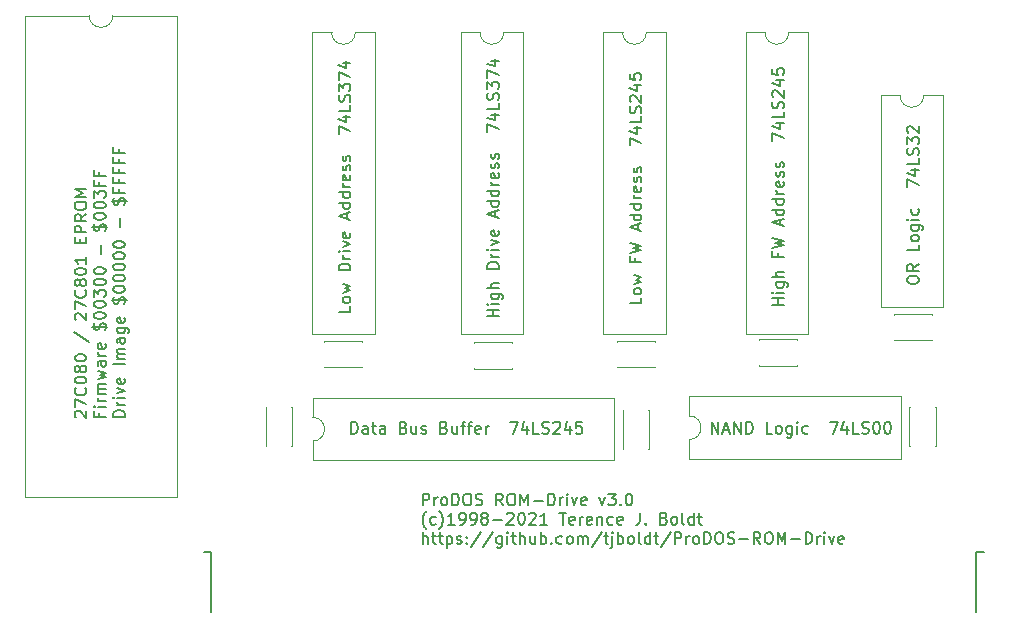
<source format=gbr>
G04 #@! TF.GenerationSoftware,KiCad,Pcbnew,(5.1.10-1-10_14)*
G04 #@! TF.CreationDate,2021-12-12T10:22:25-05:00*
G04 #@! TF.ProjectId,ProDOS ROM-Drive 3.0,50726f44-4f53-4205-924f-4d2d44726976,3.0*
G04 #@! TF.SameCoordinates,Original*
G04 #@! TF.FileFunction,Legend,Top*
G04 #@! TF.FilePolarity,Positive*
%FSLAX46Y46*%
G04 Gerber Fmt 4.6, Leading zero omitted, Abs format (unit mm)*
G04 Created by KiCad (PCBNEW (5.1.10-1-10_14)) date 2021-12-12 10:22:25*
%MOMM*%
%LPD*%
G01*
G04 APERTURE LIST*
%ADD10C,0.149860*%
%ADD11C,0.120000*%
%ADD12C,0.150000*%
G04 APERTURE END LIST*
D10*
X71732666Y-65182568D02*
X71732666Y-64191968D01*
X72110037Y-64191968D01*
X72204380Y-64239140D01*
X72251551Y-64286311D01*
X72298723Y-64380654D01*
X72298723Y-64522168D01*
X72251551Y-64616511D01*
X72204380Y-64663682D01*
X72110037Y-64710854D01*
X71732666Y-64710854D01*
X72723266Y-65182568D02*
X72723266Y-64522168D01*
X72723266Y-64710854D02*
X72770437Y-64616511D01*
X72817609Y-64569340D01*
X72911951Y-64522168D01*
X73006294Y-64522168D01*
X73478009Y-65182568D02*
X73383666Y-65135397D01*
X73336494Y-65088225D01*
X73289323Y-64993882D01*
X73289323Y-64710854D01*
X73336494Y-64616511D01*
X73383666Y-64569340D01*
X73478009Y-64522168D01*
X73619523Y-64522168D01*
X73713866Y-64569340D01*
X73761037Y-64616511D01*
X73808209Y-64710854D01*
X73808209Y-64993882D01*
X73761037Y-65088225D01*
X73713866Y-65135397D01*
X73619523Y-65182568D01*
X73478009Y-65182568D01*
X74232751Y-65182568D02*
X74232751Y-64191968D01*
X74468609Y-64191968D01*
X74610123Y-64239140D01*
X74704466Y-64333482D01*
X74751637Y-64427825D01*
X74798809Y-64616511D01*
X74798809Y-64758025D01*
X74751637Y-64946711D01*
X74704466Y-65041054D01*
X74610123Y-65135397D01*
X74468609Y-65182568D01*
X74232751Y-65182568D01*
X75412037Y-64191968D02*
X75600723Y-64191968D01*
X75695066Y-64239140D01*
X75789409Y-64333482D01*
X75836580Y-64522168D01*
X75836580Y-64852368D01*
X75789409Y-65041054D01*
X75695066Y-65135397D01*
X75600723Y-65182568D01*
X75412037Y-65182568D01*
X75317694Y-65135397D01*
X75223351Y-65041054D01*
X75176180Y-64852368D01*
X75176180Y-64522168D01*
X75223351Y-64333482D01*
X75317694Y-64239140D01*
X75412037Y-64191968D01*
X76213951Y-65135397D02*
X76355466Y-65182568D01*
X76591323Y-65182568D01*
X76685666Y-65135397D01*
X76732837Y-65088225D01*
X76780009Y-64993882D01*
X76780009Y-64899540D01*
X76732837Y-64805197D01*
X76685666Y-64758025D01*
X76591323Y-64710854D01*
X76402637Y-64663682D01*
X76308294Y-64616511D01*
X76261123Y-64569340D01*
X76213951Y-64474997D01*
X76213951Y-64380654D01*
X76261123Y-64286311D01*
X76308294Y-64239140D01*
X76402637Y-64191968D01*
X76638494Y-64191968D01*
X76780009Y-64239140D01*
X78525351Y-65182568D02*
X78195151Y-64710854D01*
X77959294Y-65182568D02*
X77959294Y-64191968D01*
X78336666Y-64191968D01*
X78431009Y-64239140D01*
X78478180Y-64286311D01*
X78525351Y-64380654D01*
X78525351Y-64522168D01*
X78478180Y-64616511D01*
X78431009Y-64663682D01*
X78336666Y-64710854D01*
X77959294Y-64710854D01*
X79138580Y-64191968D02*
X79327266Y-64191968D01*
X79421609Y-64239140D01*
X79515951Y-64333482D01*
X79563123Y-64522168D01*
X79563123Y-64852368D01*
X79515951Y-65041054D01*
X79421609Y-65135397D01*
X79327266Y-65182568D01*
X79138580Y-65182568D01*
X79044237Y-65135397D01*
X78949894Y-65041054D01*
X78902723Y-64852368D01*
X78902723Y-64522168D01*
X78949894Y-64333482D01*
X79044237Y-64239140D01*
X79138580Y-64191968D01*
X79987666Y-65182568D02*
X79987666Y-64191968D01*
X80317866Y-64899540D01*
X80648066Y-64191968D01*
X80648066Y-65182568D01*
X81119780Y-64805197D02*
X81874523Y-64805197D01*
X82346237Y-65182568D02*
X82346237Y-64191968D01*
X82582094Y-64191968D01*
X82723609Y-64239140D01*
X82817951Y-64333482D01*
X82865123Y-64427825D01*
X82912294Y-64616511D01*
X82912294Y-64758025D01*
X82865123Y-64946711D01*
X82817951Y-65041054D01*
X82723609Y-65135397D01*
X82582094Y-65182568D01*
X82346237Y-65182568D01*
X83336837Y-65182568D02*
X83336837Y-64522168D01*
X83336837Y-64710854D02*
X83384009Y-64616511D01*
X83431180Y-64569340D01*
X83525523Y-64522168D01*
X83619866Y-64522168D01*
X83950066Y-65182568D02*
X83950066Y-64522168D01*
X83950066Y-64191968D02*
X83902894Y-64239140D01*
X83950066Y-64286311D01*
X83997237Y-64239140D01*
X83950066Y-64191968D01*
X83950066Y-64286311D01*
X84327437Y-64522168D02*
X84563294Y-65182568D01*
X84799151Y-64522168D01*
X85553894Y-65135397D02*
X85459551Y-65182568D01*
X85270866Y-65182568D01*
X85176523Y-65135397D01*
X85129351Y-65041054D01*
X85129351Y-64663682D01*
X85176523Y-64569340D01*
X85270866Y-64522168D01*
X85459551Y-64522168D01*
X85553894Y-64569340D01*
X85601066Y-64663682D01*
X85601066Y-64758025D01*
X85129351Y-64852368D01*
X86686009Y-64522168D02*
X86921866Y-65182568D01*
X87157723Y-64522168D01*
X87440751Y-64191968D02*
X88053980Y-64191968D01*
X87723780Y-64569340D01*
X87865294Y-64569340D01*
X87959637Y-64616511D01*
X88006809Y-64663682D01*
X88053980Y-64758025D01*
X88053980Y-64993882D01*
X88006809Y-65088225D01*
X87959637Y-65135397D01*
X87865294Y-65182568D01*
X87582266Y-65182568D01*
X87487923Y-65135397D01*
X87440751Y-65088225D01*
X88478523Y-65088225D02*
X88525694Y-65135397D01*
X88478523Y-65182568D01*
X88431351Y-65135397D01*
X88478523Y-65088225D01*
X88478523Y-65182568D01*
X89138923Y-64191968D02*
X89233266Y-64191968D01*
X89327609Y-64239140D01*
X89374780Y-64286311D01*
X89421951Y-64380654D01*
X89469123Y-64569340D01*
X89469123Y-64805197D01*
X89421951Y-64993882D01*
X89374780Y-65088225D01*
X89327609Y-65135397D01*
X89233266Y-65182568D01*
X89138923Y-65182568D01*
X89044580Y-65135397D01*
X88997409Y-65088225D01*
X88950237Y-64993882D01*
X88903066Y-64805197D01*
X88903066Y-64569340D01*
X88950237Y-64380654D01*
X88997409Y-64286311D01*
X89044580Y-64239140D01*
X89138923Y-64191968D01*
X72015694Y-67195700D02*
X71968523Y-67148528D01*
X71874180Y-67007014D01*
X71827009Y-66912671D01*
X71779837Y-66771157D01*
X71732666Y-66535300D01*
X71732666Y-66346614D01*
X71779837Y-66110757D01*
X71827009Y-65969242D01*
X71874180Y-65874900D01*
X71968523Y-65733385D01*
X72015694Y-65686214D01*
X72817609Y-66771157D02*
X72723266Y-66818328D01*
X72534580Y-66818328D01*
X72440237Y-66771157D01*
X72393066Y-66723985D01*
X72345894Y-66629642D01*
X72345894Y-66346614D01*
X72393066Y-66252271D01*
X72440237Y-66205100D01*
X72534580Y-66157928D01*
X72723266Y-66157928D01*
X72817609Y-66205100D01*
X73147809Y-67195700D02*
X73194980Y-67148528D01*
X73289323Y-67007014D01*
X73336494Y-66912671D01*
X73383666Y-66771157D01*
X73430837Y-66535300D01*
X73430837Y-66346614D01*
X73383666Y-66110757D01*
X73336494Y-65969242D01*
X73289323Y-65874900D01*
X73194980Y-65733385D01*
X73147809Y-65686214D01*
X74421437Y-66818328D02*
X73855380Y-66818328D01*
X74138409Y-66818328D02*
X74138409Y-65827728D01*
X74044066Y-65969242D01*
X73949723Y-66063585D01*
X73855380Y-66110757D01*
X74893151Y-66818328D02*
X75081837Y-66818328D01*
X75176180Y-66771157D01*
X75223351Y-66723985D01*
X75317694Y-66582471D01*
X75364866Y-66393785D01*
X75364866Y-66016414D01*
X75317694Y-65922071D01*
X75270523Y-65874900D01*
X75176180Y-65827728D01*
X74987494Y-65827728D01*
X74893151Y-65874900D01*
X74845980Y-65922071D01*
X74798809Y-66016414D01*
X74798809Y-66252271D01*
X74845980Y-66346614D01*
X74893151Y-66393785D01*
X74987494Y-66440957D01*
X75176180Y-66440957D01*
X75270523Y-66393785D01*
X75317694Y-66346614D01*
X75364866Y-66252271D01*
X75836580Y-66818328D02*
X76025266Y-66818328D01*
X76119609Y-66771157D01*
X76166780Y-66723985D01*
X76261123Y-66582471D01*
X76308294Y-66393785D01*
X76308294Y-66016414D01*
X76261123Y-65922071D01*
X76213951Y-65874900D01*
X76119609Y-65827728D01*
X75930923Y-65827728D01*
X75836580Y-65874900D01*
X75789409Y-65922071D01*
X75742237Y-66016414D01*
X75742237Y-66252271D01*
X75789409Y-66346614D01*
X75836580Y-66393785D01*
X75930923Y-66440957D01*
X76119609Y-66440957D01*
X76213951Y-66393785D01*
X76261123Y-66346614D01*
X76308294Y-66252271D01*
X76874351Y-66252271D02*
X76780009Y-66205100D01*
X76732837Y-66157928D01*
X76685666Y-66063585D01*
X76685666Y-66016414D01*
X76732837Y-65922071D01*
X76780009Y-65874900D01*
X76874351Y-65827728D01*
X77063037Y-65827728D01*
X77157380Y-65874900D01*
X77204551Y-65922071D01*
X77251723Y-66016414D01*
X77251723Y-66063585D01*
X77204551Y-66157928D01*
X77157380Y-66205100D01*
X77063037Y-66252271D01*
X76874351Y-66252271D01*
X76780009Y-66299442D01*
X76732837Y-66346614D01*
X76685666Y-66440957D01*
X76685666Y-66629642D01*
X76732837Y-66723985D01*
X76780009Y-66771157D01*
X76874351Y-66818328D01*
X77063037Y-66818328D01*
X77157380Y-66771157D01*
X77204551Y-66723985D01*
X77251723Y-66629642D01*
X77251723Y-66440957D01*
X77204551Y-66346614D01*
X77157380Y-66299442D01*
X77063037Y-66252271D01*
X77676266Y-66440957D02*
X78431009Y-66440957D01*
X78855551Y-65922071D02*
X78902723Y-65874900D01*
X78997066Y-65827728D01*
X79232923Y-65827728D01*
X79327266Y-65874900D01*
X79374437Y-65922071D01*
X79421609Y-66016414D01*
X79421609Y-66110757D01*
X79374437Y-66252271D01*
X78808380Y-66818328D01*
X79421609Y-66818328D01*
X80034837Y-65827728D02*
X80129180Y-65827728D01*
X80223523Y-65874900D01*
X80270694Y-65922071D01*
X80317866Y-66016414D01*
X80365037Y-66205100D01*
X80365037Y-66440957D01*
X80317866Y-66629642D01*
X80270694Y-66723985D01*
X80223523Y-66771157D01*
X80129180Y-66818328D01*
X80034837Y-66818328D01*
X79940494Y-66771157D01*
X79893323Y-66723985D01*
X79846151Y-66629642D01*
X79798980Y-66440957D01*
X79798980Y-66205100D01*
X79846151Y-66016414D01*
X79893323Y-65922071D01*
X79940494Y-65874900D01*
X80034837Y-65827728D01*
X80742409Y-65922071D02*
X80789580Y-65874900D01*
X80883923Y-65827728D01*
X81119780Y-65827728D01*
X81214123Y-65874900D01*
X81261294Y-65922071D01*
X81308466Y-66016414D01*
X81308466Y-66110757D01*
X81261294Y-66252271D01*
X80695237Y-66818328D01*
X81308466Y-66818328D01*
X82251894Y-66818328D02*
X81685837Y-66818328D01*
X81968866Y-66818328D02*
X81968866Y-65827728D01*
X81874523Y-65969242D01*
X81780180Y-66063585D01*
X81685837Y-66110757D01*
X83289666Y-65827728D02*
X83855723Y-65827728D01*
X83572694Y-66818328D02*
X83572694Y-65827728D01*
X84563294Y-66771157D02*
X84468951Y-66818328D01*
X84280266Y-66818328D01*
X84185923Y-66771157D01*
X84138751Y-66676814D01*
X84138751Y-66299442D01*
X84185923Y-66205100D01*
X84280266Y-66157928D01*
X84468951Y-66157928D01*
X84563294Y-66205100D01*
X84610466Y-66299442D01*
X84610466Y-66393785D01*
X84138751Y-66488128D01*
X85035009Y-66818328D02*
X85035009Y-66157928D01*
X85035009Y-66346614D02*
X85082180Y-66252271D01*
X85129351Y-66205100D01*
X85223694Y-66157928D01*
X85318037Y-66157928D01*
X86025609Y-66771157D02*
X85931266Y-66818328D01*
X85742580Y-66818328D01*
X85648237Y-66771157D01*
X85601066Y-66676814D01*
X85601066Y-66299442D01*
X85648237Y-66205100D01*
X85742580Y-66157928D01*
X85931266Y-66157928D01*
X86025609Y-66205100D01*
X86072780Y-66299442D01*
X86072780Y-66393785D01*
X85601066Y-66488128D01*
X86497323Y-66157928D02*
X86497323Y-66818328D01*
X86497323Y-66252271D02*
X86544494Y-66205100D01*
X86638837Y-66157928D01*
X86780351Y-66157928D01*
X86874694Y-66205100D01*
X86921866Y-66299442D01*
X86921866Y-66818328D01*
X87818123Y-66771157D02*
X87723780Y-66818328D01*
X87535094Y-66818328D01*
X87440751Y-66771157D01*
X87393580Y-66723985D01*
X87346409Y-66629642D01*
X87346409Y-66346614D01*
X87393580Y-66252271D01*
X87440751Y-66205100D01*
X87535094Y-66157928D01*
X87723780Y-66157928D01*
X87818123Y-66205100D01*
X88620037Y-66771157D02*
X88525694Y-66818328D01*
X88337009Y-66818328D01*
X88242666Y-66771157D01*
X88195494Y-66676814D01*
X88195494Y-66299442D01*
X88242666Y-66205100D01*
X88337009Y-66157928D01*
X88525694Y-66157928D01*
X88620037Y-66205100D01*
X88667209Y-66299442D01*
X88667209Y-66393785D01*
X88195494Y-66488128D01*
X90129523Y-65827728D02*
X90129523Y-66535300D01*
X90082351Y-66676814D01*
X89988009Y-66771157D01*
X89846494Y-66818328D01*
X89752151Y-66818328D01*
X90601237Y-66723985D02*
X90648409Y-66771157D01*
X90601237Y-66818328D01*
X90554066Y-66771157D01*
X90601237Y-66723985D01*
X90601237Y-66818328D01*
X92157894Y-66299442D02*
X92299409Y-66346614D01*
X92346580Y-66393785D01*
X92393751Y-66488128D01*
X92393751Y-66629642D01*
X92346580Y-66723985D01*
X92299409Y-66771157D01*
X92205066Y-66818328D01*
X91827694Y-66818328D01*
X91827694Y-65827728D01*
X92157894Y-65827728D01*
X92252237Y-65874900D01*
X92299409Y-65922071D01*
X92346580Y-66016414D01*
X92346580Y-66110757D01*
X92299409Y-66205100D01*
X92252237Y-66252271D01*
X92157894Y-66299442D01*
X91827694Y-66299442D01*
X92959809Y-66818328D02*
X92865466Y-66771157D01*
X92818294Y-66723985D01*
X92771123Y-66629642D01*
X92771123Y-66346614D01*
X92818294Y-66252271D01*
X92865466Y-66205100D01*
X92959809Y-66157928D01*
X93101323Y-66157928D01*
X93195666Y-66205100D01*
X93242837Y-66252271D01*
X93290009Y-66346614D01*
X93290009Y-66629642D01*
X93242837Y-66723985D01*
X93195666Y-66771157D01*
X93101323Y-66818328D01*
X92959809Y-66818328D01*
X93856066Y-66818328D02*
X93761723Y-66771157D01*
X93714551Y-66676814D01*
X93714551Y-65827728D01*
X94657980Y-66818328D02*
X94657980Y-65827728D01*
X94657980Y-66771157D02*
X94563637Y-66818328D01*
X94374951Y-66818328D01*
X94280609Y-66771157D01*
X94233437Y-66723985D01*
X94186266Y-66629642D01*
X94186266Y-66346614D01*
X94233437Y-66252271D01*
X94280609Y-66205100D01*
X94374951Y-66157928D01*
X94563637Y-66157928D01*
X94657980Y-66205100D01*
X94988180Y-66157928D02*
X95365551Y-66157928D01*
X95129694Y-65827728D02*
X95129694Y-66676814D01*
X95176866Y-66771157D01*
X95271209Y-66818328D01*
X95365551Y-66818328D01*
X71732666Y-68454088D02*
X71732666Y-67463488D01*
X72157209Y-68454088D02*
X72157209Y-67935202D01*
X72110037Y-67840860D01*
X72015694Y-67793688D01*
X71874180Y-67793688D01*
X71779837Y-67840860D01*
X71732666Y-67888031D01*
X72487409Y-67793688D02*
X72864780Y-67793688D01*
X72628923Y-67463488D02*
X72628923Y-68312574D01*
X72676094Y-68406917D01*
X72770437Y-68454088D01*
X72864780Y-68454088D01*
X73053466Y-67793688D02*
X73430837Y-67793688D01*
X73194980Y-67463488D02*
X73194980Y-68312574D01*
X73242151Y-68406917D01*
X73336494Y-68454088D01*
X73430837Y-68454088D01*
X73761037Y-67793688D02*
X73761037Y-68784288D01*
X73761037Y-67840860D02*
X73855380Y-67793688D01*
X74044066Y-67793688D01*
X74138409Y-67840860D01*
X74185580Y-67888031D01*
X74232751Y-67982374D01*
X74232751Y-68265402D01*
X74185580Y-68359745D01*
X74138409Y-68406917D01*
X74044066Y-68454088D01*
X73855380Y-68454088D01*
X73761037Y-68406917D01*
X74610123Y-68406917D02*
X74704466Y-68454088D01*
X74893151Y-68454088D01*
X74987494Y-68406917D01*
X75034666Y-68312574D01*
X75034666Y-68265402D01*
X74987494Y-68171060D01*
X74893151Y-68123888D01*
X74751637Y-68123888D01*
X74657294Y-68076717D01*
X74610123Y-67982374D01*
X74610123Y-67935202D01*
X74657294Y-67840860D01*
X74751637Y-67793688D01*
X74893151Y-67793688D01*
X74987494Y-67840860D01*
X75459209Y-68359745D02*
X75506380Y-68406917D01*
X75459209Y-68454088D01*
X75412037Y-68406917D01*
X75459209Y-68359745D01*
X75459209Y-68454088D01*
X75459209Y-67840860D02*
X75506380Y-67888031D01*
X75459209Y-67935202D01*
X75412037Y-67888031D01*
X75459209Y-67840860D01*
X75459209Y-67935202D01*
X76638494Y-67416317D02*
X75789409Y-68689945D01*
X77676266Y-67416317D02*
X76827180Y-68689945D01*
X78431009Y-67793688D02*
X78431009Y-68595602D01*
X78383837Y-68689945D01*
X78336666Y-68737117D01*
X78242323Y-68784288D01*
X78100809Y-68784288D01*
X78006466Y-68737117D01*
X78431009Y-68406917D02*
X78336666Y-68454088D01*
X78147980Y-68454088D01*
X78053637Y-68406917D01*
X78006466Y-68359745D01*
X77959294Y-68265402D01*
X77959294Y-67982374D01*
X78006466Y-67888031D01*
X78053637Y-67840860D01*
X78147980Y-67793688D01*
X78336666Y-67793688D01*
X78431009Y-67840860D01*
X78902723Y-68454088D02*
X78902723Y-67793688D01*
X78902723Y-67463488D02*
X78855551Y-67510660D01*
X78902723Y-67557831D01*
X78949894Y-67510660D01*
X78902723Y-67463488D01*
X78902723Y-67557831D01*
X79232923Y-67793688D02*
X79610294Y-67793688D01*
X79374437Y-67463488D02*
X79374437Y-68312574D01*
X79421609Y-68406917D01*
X79515951Y-68454088D01*
X79610294Y-68454088D01*
X79940494Y-68454088D02*
X79940494Y-67463488D01*
X80365037Y-68454088D02*
X80365037Y-67935202D01*
X80317866Y-67840860D01*
X80223523Y-67793688D01*
X80082009Y-67793688D01*
X79987666Y-67840860D01*
X79940494Y-67888031D01*
X81261294Y-67793688D02*
X81261294Y-68454088D01*
X80836751Y-67793688D02*
X80836751Y-68312574D01*
X80883923Y-68406917D01*
X80978266Y-68454088D01*
X81119780Y-68454088D01*
X81214123Y-68406917D01*
X81261294Y-68359745D01*
X81733009Y-68454088D02*
X81733009Y-67463488D01*
X81733009Y-67840860D02*
X81827351Y-67793688D01*
X82016037Y-67793688D01*
X82110380Y-67840860D01*
X82157551Y-67888031D01*
X82204723Y-67982374D01*
X82204723Y-68265402D01*
X82157551Y-68359745D01*
X82110380Y-68406917D01*
X82016037Y-68454088D01*
X81827351Y-68454088D01*
X81733009Y-68406917D01*
X82629266Y-68359745D02*
X82676437Y-68406917D01*
X82629266Y-68454088D01*
X82582094Y-68406917D01*
X82629266Y-68359745D01*
X82629266Y-68454088D01*
X83525523Y-68406917D02*
X83431180Y-68454088D01*
X83242494Y-68454088D01*
X83148151Y-68406917D01*
X83100980Y-68359745D01*
X83053809Y-68265402D01*
X83053809Y-67982374D01*
X83100980Y-67888031D01*
X83148151Y-67840860D01*
X83242494Y-67793688D01*
X83431180Y-67793688D01*
X83525523Y-67840860D01*
X84091580Y-68454088D02*
X83997237Y-68406917D01*
X83950066Y-68359745D01*
X83902894Y-68265402D01*
X83902894Y-67982374D01*
X83950066Y-67888031D01*
X83997237Y-67840860D01*
X84091580Y-67793688D01*
X84233094Y-67793688D01*
X84327437Y-67840860D01*
X84374609Y-67888031D01*
X84421780Y-67982374D01*
X84421780Y-68265402D01*
X84374609Y-68359745D01*
X84327437Y-68406917D01*
X84233094Y-68454088D01*
X84091580Y-68454088D01*
X84846323Y-68454088D02*
X84846323Y-67793688D01*
X84846323Y-67888031D02*
X84893494Y-67840860D01*
X84987837Y-67793688D01*
X85129351Y-67793688D01*
X85223694Y-67840860D01*
X85270866Y-67935202D01*
X85270866Y-68454088D01*
X85270866Y-67935202D02*
X85318037Y-67840860D01*
X85412380Y-67793688D01*
X85553894Y-67793688D01*
X85648237Y-67840860D01*
X85695409Y-67935202D01*
X85695409Y-68454088D01*
X86874694Y-67416317D02*
X86025609Y-68689945D01*
X87063380Y-67793688D02*
X87440751Y-67793688D01*
X87204894Y-67463488D02*
X87204894Y-68312574D01*
X87252066Y-68406917D01*
X87346409Y-68454088D01*
X87440751Y-68454088D01*
X87770951Y-67793688D02*
X87770951Y-68642774D01*
X87723780Y-68737117D01*
X87629437Y-68784288D01*
X87582266Y-68784288D01*
X87770951Y-67463488D02*
X87723780Y-67510660D01*
X87770951Y-67557831D01*
X87818123Y-67510660D01*
X87770951Y-67463488D01*
X87770951Y-67557831D01*
X88242666Y-68454088D02*
X88242666Y-67463488D01*
X88242666Y-67840860D02*
X88337009Y-67793688D01*
X88525694Y-67793688D01*
X88620037Y-67840860D01*
X88667209Y-67888031D01*
X88714380Y-67982374D01*
X88714380Y-68265402D01*
X88667209Y-68359745D01*
X88620037Y-68406917D01*
X88525694Y-68454088D01*
X88337009Y-68454088D01*
X88242666Y-68406917D01*
X89280437Y-68454088D02*
X89186094Y-68406917D01*
X89138923Y-68359745D01*
X89091751Y-68265402D01*
X89091751Y-67982374D01*
X89138923Y-67888031D01*
X89186094Y-67840860D01*
X89280437Y-67793688D01*
X89421951Y-67793688D01*
X89516294Y-67840860D01*
X89563466Y-67888031D01*
X89610637Y-67982374D01*
X89610637Y-68265402D01*
X89563466Y-68359745D01*
X89516294Y-68406917D01*
X89421951Y-68454088D01*
X89280437Y-68454088D01*
X90176694Y-68454088D02*
X90082351Y-68406917D01*
X90035180Y-68312574D01*
X90035180Y-67463488D01*
X90978609Y-68454088D02*
X90978609Y-67463488D01*
X90978609Y-68406917D02*
X90884266Y-68454088D01*
X90695580Y-68454088D01*
X90601237Y-68406917D01*
X90554066Y-68359745D01*
X90506894Y-68265402D01*
X90506894Y-67982374D01*
X90554066Y-67888031D01*
X90601237Y-67840860D01*
X90695580Y-67793688D01*
X90884266Y-67793688D01*
X90978609Y-67840860D01*
X91308809Y-67793688D02*
X91686180Y-67793688D01*
X91450323Y-67463488D02*
X91450323Y-68312574D01*
X91497494Y-68406917D01*
X91591837Y-68454088D01*
X91686180Y-68454088D01*
X92723951Y-67416317D02*
X91874866Y-68689945D01*
X93054151Y-68454088D02*
X93054151Y-67463488D01*
X93431523Y-67463488D01*
X93525866Y-67510660D01*
X93573037Y-67557831D01*
X93620209Y-67652174D01*
X93620209Y-67793688D01*
X93573037Y-67888031D01*
X93525866Y-67935202D01*
X93431523Y-67982374D01*
X93054151Y-67982374D01*
X94044751Y-68454088D02*
X94044751Y-67793688D01*
X94044751Y-67982374D02*
X94091923Y-67888031D01*
X94139094Y-67840860D01*
X94233437Y-67793688D01*
X94327780Y-67793688D01*
X94799494Y-68454088D02*
X94705151Y-68406917D01*
X94657980Y-68359745D01*
X94610808Y-68265402D01*
X94610808Y-67982374D01*
X94657980Y-67888031D01*
X94705151Y-67840860D01*
X94799494Y-67793688D01*
X94941008Y-67793688D01*
X95035351Y-67840860D01*
X95082523Y-67888031D01*
X95129694Y-67982374D01*
X95129694Y-68265402D01*
X95082523Y-68359745D01*
X95035351Y-68406917D01*
X94941008Y-68454088D01*
X94799494Y-68454088D01*
X95554237Y-68454088D02*
X95554237Y-67463488D01*
X95790094Y-67463488D01*
X95931608Y-67510660D01*
X96025951Y-67605002D01*
X96073123Y-67699345D01*
X96120294Y-67888031D01*
X96120294Y-68029545D01*
X96073123Y-68218231D01*
X96025951Y-68312574D01*
X95931608Y-68406917D01*
X95790094Y-68454088D01*
X95554237Y-68454088D01*
X96733523Y-67463488D02*
X96922208Y-67463488D01*
X97016551Y-67510660D01*
X97110894Y-67605002D01*
X97158066Y-67793688D01*
X97158066Y-68123888D01*
X97110894Y-68312574D01*
X97016551Y-68406917D01*
X96922208Y-68454088D01*
X96733523Y-68454088D01*
X96639180Y-68406917D01*
X96544837Y-68312574D01*
X96497666Y-68123888D01*
X96497666Y-67793688D01*
X96544837Y-67605002D01*
X96639180Y-67510660D01*
X96733523Y-67463488D01*
X97535437Y-68406917D02*
X97676951Y-68454088D01*
X97912808Y-68454088D01*
X98007151Y-68406917D01*
X98054323Y-68359745D01*
X98101494Y-68265402D01*
X98101494Y-68171060D01*
X98054323Y-68076717D01*
X98007151Y-68029545D01*
X97912808Y-67982374D01*
X97724123Y-67935202D01*
X97629780Y-67888031D01*
X97582608Y-67840860D01*
X97535437Y-67746517D01*
X97535437Y-67652174D01*
X97582608Y-67557831D01*
X97629780Y-67510660D01*
X97724123Y-67463488D01*
X97959980Y-67463488D01*
X98101494Y-67510660D01*
X98526037Y-68076717D02*
X99280780Y-68076717D01*
X100318551Y-68454088D02*
X99988351Y-67982374D01*
X99752494Y-68454088D02*
X99752494Y-67463488D01*
X100129866Y-67463488D01*
X100224208Y-67510660D01*
X100271380Y-67557831D01*
X100318551Y-67652174D01*
X100318551Y-67793688D01*
X100271380Y-67888031D01*
X100224208Y-67935202D01*
X100129866Y-67982374D01*
X99752494Y-67982374D01*
X100931780Y-67463488D02*
X101120466Y-67463488D01*
X101214808Y-67510660D01*
X101309151Y-67605002D01*
X101356323Y-67793688D01*
X101356323Y-68123888D01*
X101309151Y-68312574D01*
X101214808Y-68406917D01*
X101120466Y-68454088D01*
X100931780Y-68454088D01*
X100837437Y-68406917D01*
X100743094Y-68312574D01*
X100695923Y-68123888D01*
X100695923Y-67793688D01*
X100743094Y-67605002D01*
X100837437Y-67510660D01*
X100931780Y-67463488D01*
X101780866Y-68454088D02*
X101780866Y-67463488D01*
X102111066Y-68171060D01*
X102441266Y-67463488D01*
X102441266Y-68454088D01*
X102912980Y-68076717D02*
X103667723Y-68076717D01*
X104139437Y-68454088D02*
X104139437Y-67463488D01*
X104375294Y-67463488D01*
X104516808Y-67510660D01*
X104611151Y-67605002D01*
X104658323Y-67699345D01*
X104705494Y-67888031D01*
X104705494Y-68029545D01*
X104658323Y-68218231D01*
X104611151Y-68312574D01*
X104516808Y-68406917D01*
X104375294Y-68454088D01*
X104139437Y-68454088D01*
X105130037Y-68454088D02*
X105130037Y-67793688D01*
X105130037Y-67982374D02*
X105177209Y-67888031D01*
X105224380Y-67840860D01*
X105318723Y-67793688D01*
X105413066Y-67793688D01*
X105743266Y-68454088D02*
X105743266Y-67793688D01*
X105743266Y-67463488D02*
X105696094Y-67510660D01*
X105743266Y-67557831D01*
X105790437Y-67510660D01*
X105743266Y-67463488D01*
X105743266Y-67557831D01*
X106120637Y-67793688D02*
X106356494Y-68454088D01*
X106592351Y-67793688D01*
X107347094Y-68406917D02*
X107252751Y-68454088D01*
X107064066Y-68454088D01*
X106969723Y-68406917D01*
X106922551Y-68312574D01*
X106922551Y-67935202D01*
X106969723Y-67840860D01*
X107064066Y-67793688D01*
X107252751Y-67793688D01*
X107347094Y-67840860D01*
X107394266Y-67935202D01*
X107394266Y-68029545D01*
X106922551Y-68123888D01*
X42348331Y-57742745D02*
X42301160Y-57695573D01*
X42253988Y-57601231D01*
X42253988Y-57365373D01*
X42301160Y-57271031D01*
X42348331Y-57223859D01*
X42442674Y-57176688D01*
X42537017Y-57176688D01*
X42678531Y-57223859D01*
X43244588Y-57789916D01*
X43244588Y-57176688D01*
X42253988Y-56846488D02*
X42253988Y-56186088D01*
X43244588Y-56610631D01*
X43150245Y-55242659D02*
X43197417Y-55289831D01*
X43244588Y-55431345D01*
X43244588Y-55525688D01*
X43197417Y-55667202D01*
X43103074Y-55761545D01*
X43008731Y-55808716D01*
X42820045Y-55855888D01*
X42678531Y-55855888D01*
X42489845Y-55808716D01*
X42395502Y-55761545D01*
X42301160Y-55667202D01*
X42253988Y-55525688D01*
X42253988Y-55431345D01*
X42301160Y-55289831D01*
X42348331Y-55242659D01*
X42253988Y-54629431D02*
X42253988Y-54535088D01*
X42301160Y-54440745D01*
X42348331Y-54393573D01*
X42442674Y-54346402D01*
X42631360Y-54299231D01*
X42867217Y-54299231D01*
X43055902Y-54346402D01*
X43150245Y-54393573D01*
X43197417Y-54440745D01*
X43244588Y-54535088D01*
X43244588Y-54629431D01*
X43197417Y-54723773D01*
X43150245Y-54770945D01*
X43055902Y-54818116D01*
X42867217Y-54865288D01*
X42631360Y-54865288D01*
X42442674Y-54818116D01*
X42348331Y-54770945D01*
X42301160Y-54723773D01*
X42253988Y-54629431D01*
X42678531Y-53733173D02*
X42631360Y-53827516D01*
X42584188Y-53874688D01*
X42489845Y-53921859D01*
X42442674Y-53921859D01*
X42348331Y-53874688D01*
X42301160Y-53827516D01*
X42253988Y-53733173D01*
X42253988Y-53544488D01*
X42301160Y-53450145D01*
X42348331Y-53402973D01*
X42442674Y-53355802D01*
X42489845Y-53355802D01*
X42584188Y-53402973D01*
X42631360Y-53450145D01*
X42678531Y-53544488D01*
X42678531Y-53733173D01*
X42725702Y-53827516D01*
X42772874Y-53874688D01*
X42867217Y-53921859D01*
X43055902Y-53921859D01*
X43150245Y-53874688D01*
X43197417Y-53827516D01*
X43244588Y-53733173D01*
X43244588Y-53544488D01*
X43197417Y-53450145D01*
X43150245Y-53402973D01*
X43055902Y-53355802D01*
X42867217Y-53355802D01*
X42772874Y-53402973D01*
X42725702Y-53450145D01*
X42678531Y-53544488D01*
X42253988Y-52742573D02*
X42253988Y-52648231D01*
X42301160Y-52553888D01*
X42348331Y-52506716D01*
X42442674Y-52459545D01*
X42631360Y-52412373D01*
X42867217Y-52412373D01*
X43055902Y-52459545D01*
X43150245Y-52506716D01*
X43197417Y-52553888D01*
X43244588Y-52648231D01*
X43244588Y-52742573D01*
X43197417Y-52836916D01*
X43150245Y-52884088D01*
X43055902Y-52931259D01*
X42867217Y-52978431D01*
X42631360Y-52978431D01*
X42442674Y-52931259D01*
X42348331Y-52884088D01*
X42301160Y-52836916D01*
X42253988Y-52742573D01*
X42206817Y-50525516D02*
X43480445Y-51374602D01*
X42348331Y-49487745D02*
X42301160Y-49440573D01*
X42253988Y-49346231D01*
X42253988Y-49110373D01*
X42301160Y-49016031D01*
X42348331Y-48968859D01*
X42442674Y-48921688D01*
X42537017Y-48921688D01*
X42678531Y-48968859D01*
X43244588Y-49534916D01*
X43244588Y-48921688D01*
X42253988Y-48591488D02*
X42253988Y-47931088D01*
X43244588Y-48355631D01*
X43150245Y-46987659D02*
X43197417Y-47034831D01*
X43244588Y-47176345D01*
X43244588Y-47270688D01*
X43197417Y-47412202D01*
X43103074Y-47506545D01*
X43008731Y-47553716D01*
X42820045Y-47600888D01*
X42678531Y-47600888D01*
X42489845Y-47553716D01*
X42395502Y-47506545D01*
X42301160Y-47412202D01*
X42253988Y-47270688D01*
X42253988Y-47176345D01*
X42301160Y-47034831D01*
X42348331Y-46987659D01*
X42678531Y-46421602D02*
X42631360Y-46515945D01*
X42584188Y-46563116D01*
X42489845Y-46610288D01*
X42442674Y-46610288D01*
X42348331Y-46563116D01*
X42301160Y-46515945D01*
X42253988Y-46421602D01*
X42253988Y-46232916D01*
X42301160Y-46138573D01*
X42348331Y-46091402D01*
X42442674Y-46044231D01*
X42489845Y-46044231D01*
X42584188Y-46091402D01*
X42631360Y-46138573D01*
X42678531Y-46232916D01*
X42678531Y-46421602D01*
X42725702Y-46515945D01*
X42772874Y-46563116D01*
X42867217Y-46610288D01*
X43055902Y-46610288D01*
X43150245Y-46563116D01*
X43197417Y-46515945D01*
X43244588Y-46421602D01*
X43244588Y-46232916D01*
X43197417Y-46138573D01*
X43150245Y-46091402D01*
X43055902Y-46044231D01*
X42867217Y-46044231D01*
X42772874Y-46091402D01*
X42725702Y-46138573D01*
X42678531Y-46232916D01*
X42253988Y-45431002D02*
X42253988Y-45336659D01*
X42301160Y-45242316D01*
X42348331Y-45195145D01*
X42442674Y-45147973D01*
X42631360Y-45100802D01*
X42867217Y-45100802D01*
X43055902Y-45147973D01*
X43150245Y-45195145D01*
X43197417Y-45242316D01*
X43244588Y-45336659D01*
X43244588Y-45431002D01*
X43197417Y-45525345D01*
X43150245Y-45572516D01*
X43055902Y-45619688D01*
X42867217Y-45666859D01*
X42631360Y-45666859D01*
X42442674Y-45619688D01*
X42348331Y-45572516D01*
X42301160Y-45525345D01*
X42253988Y-45431002D01*
X43244588Y-44157373D02*
X43244588Y-44723431D01*
X43244588Y-44440402D02*
X42253988Y-44440402D01*
X42395502Y-44534745D01*
X42489845Y-44629088D01*
X42537017Y-44723431D01*
X42725702Y-42978088D02*
X42725702Y-42647888D01*
X43244588Y-42506373D02*
X43244588Y-42978088D01*
X42253988Y-42978088D01*
X42253988Y-42506373D01*
X43244588Y-42081831D02*
X42253988Y-42081831D01*
X42253988Y-41704459D01*
X42301160Y-41610116D01*
X42348331Y-41562945D01*
X42442674Y-41515773D01*
X42584188Y-41515773D01*
X42678531Y-41562945D01*
X42725702Y-41610116D01*
X42772874Y-41704459D01*
X42772874Y-42081831D01*
X43244588Y-40525173D02*
X42772874Y-40855373D01*
X43244588Y-41091231D02*
X42253988Y-41091231D01*
X42253988Y-40713859D01*
X42301160Y-40619516D01*
X42348331Y-40572345D01*
X42442674Y-40525173D01*
X42584188Y-40525173D01*
X42678531Y-40572345D01*
X42725702Y-40619516D01*
X42772874Y-40713859D01*
X42772874Y-41091231D01*
X42253988Y-39911945D02*
X42253988Y-39723259D01*
X42301160Y-39628916D01*
X42395502Y-39534573D01*
X42584188Y-39487402D01*
X42914388Y-39487402D01*
X43103074Y-39534573D01*
X43197417Y-39628916D01*
X43244588Y-39723259D01*
X43244588Y-39911945D01*
X43197417Y-40006288D01*
X43103074Y-40100631D01*
X42914388Y-40147802D01*
X42584188Y-40147802D01*
X42395502Y-40100631D01*
X42301160Y-40006288D01*
X42253988Y-39911945D01*
X43244588Y-39062859D02*
X42253988Y-39062859D01*
X42961560Y-38732659D01*
X42253988Y-38402459D01*
X43244588Y-38402459D01*
X44361462Y-57365373D02*
X44361462Y-57695573D01*
X44880348Y-57695573D02*
X43889748Y-57695573D01*
X43889748Y-57223859D01*
X44880348Y-56846488D02*
X44219948Y-56846488D01*
X43889748Y-56846488D02*
X43936920Y-56893659D01*
X43984091Y-56846488D01*
X43936920Y-56799316D01*
X43889748Y-56846488D01*
X43984091Y-56846488D01*
X44880348Y-56374773D02*
X44219948Y-56374773D01*
X44408634Y-56374773D02*
X44314291Y-56327602D01*
X44267120Y-56280431D01*
X44219948Y-56186088D01*
X44219948Y-56091745D01*
X44880348Y-55761545D02*
X44219948Y-55761545D01*
X44314291Y-55761545D02*
X44267120Y-55714373D01*
X44219948Y-55620031D01*
X44219948Y-55478516D01*
X44267120Y-55384173D01*
X44361462Y-55337002D01*
X44880348Y-55337002D01*
X44361462Y-55337002D02*
X44267120Y-55289831D01*
X44219948Y-55195488D01*
X44219948Y-55053973D01*
X44267120Y-54959631D01*
X44361462Y-54912459D01*
X44880348Y-54912459D01*
X44219948Y-54535088D02*
X44880348Y-54346402D01*
X44408634Y-54157716D01*
X44880348Y-53969031D01*
X44219948Y-53780345D01*
X44880348Y-52978431D02*
X44361462Y-52978431D01*
X44267120Y-53025602D01*
X44219948Y-53119945D01*
X44219948Y-53308631D01*
X44267120Y-53402973D01*
X44833177Y-52978431D02*
X44880348Y-53072773D01*
X44880348Y-53308631D01*
X44833177Y-53402973D01*
X44738834Y-53450145D01*
X44644491Y-53450145D01*
X44550148Y-53402973D01*
X44502977Y-53308631D01*
X44502977Y-53072773D01*
X44455805Y-52978431D01*
X44880348Y-52506716D02*
X44219948Y-52506716D01*
X44408634Y-52506716D02*
X44314291Y-52459545D01*
X44267120Y-52412373D01*
X44219948Y-52318031D01*
X44219948Y-52223688D01*
X44833177Y-51516116D02*
X44880348Y-51610459D01*
X44880348Y-51799145D01*
X44833177Y-51893488D01*
X44738834Y-51940659D01*
X44361462Y-51940659D01*
X44267120Y-51893488D01*
X44219948Y-51799145D01*
X44219948Y-51610459D01*
X44267120Y-51516116D01*
X44361462Y-51468945D01*
X44455805Y-51468945D01*
X44550148Y-51940659D01*
X44833177Y-50336831D02*
X44880348Y-50195316D01*
X44880348Y-49959459D01*
X44833177Y-49865116D01*
X44786005Y-49817945D01*
X44691662Y-49770773D01*
X44597320Y-49770773D01*
X44502977Y-49817945D01*
X44455805Y-49865116D01*
X44408634Y-49959459D01*
X44361462Y-50148145D01*
X44314291Y-50242488D01*
X44267120Y-50289659D01*
X44172777Y-50336831D01*
X44078434Y-50336831D01*
X43984091Y-50289659D01*
X43936920Y-50242488D01*
X43889748Y-50148145D01*
X43889748Y-49912288D01*
X43936920Y-49770773D01*
X43748234Y-50053802D02*
X45021862Y-50053802D01*
X43889748Y-49157545D02*
X43889748Y-49063202D01*
X43936920Y-48968859D01*
X43984091Y-48921688D01*
X44078434Y-48874516D01*
X44267120Y-48827345D01*
X44502977Y-48827345D01*
X44691662Y-48874516D01*
X44786005Y-48921688D01*
X44833177Y-48968859D01*
X44880348Y-49063202D01*
X44880348Y-49157545D01*
X44833177Y-49251888D01*
X44786005Y-49299059D01*
X44691662Y-49346231D01*
X44502977Y-49393402D01*
X44267120Y-49393402D01*
X44078434Y-49346231D01*
X43984091Y-49299059D01*
X43936920Y-49251888D01*
X43889748Y-49157545D01*
X43889748Y-48214116D02*
X43889748Y-48119773D01*
X43936920Y-48025431D01*
X43984091Y-47978259D01*
X44078434Y-47931088D01*
X44267120Y-47883916D01*
X44502977Y-47883916D01*
X44691662Y-47931088D01*
X44786005Y-47978259D01*
X44833177Y-48025431D01*
X44880348Y-48119773D01*
X44880348Y-48214116D01*
X44833177Y-48308459D01*
X44786005Y-48355631D01*
X44691662Y-48402802D01*
X44502977Y-48449973D01*
X44267120Y-48449973D01*
X44078434Y-48402802D01*
X43984091Y-48355631D01*
X43936920Y-48308459D01*
X43889748Y-48214116D01*
X43889748Y-47553716D02*
X43889748Y-46940488D01*
X44267120Y-47270688D01*
X44267120Y-47129173D01*
X44314291Y-47034831D01*
X44361462Y-46987659D01*
X44455805Y-46940488D01*
X44691662Y-46940488D01*
X44786005Y-46987659D01*
X44833177Y-47034831D01*
X44880348Y-47129173D01*
X44880348Y-47412202D01*
X44833177Y-47506545D01*
X44786005Y-47553716D01*
X43889748Y-46327259D02*
X43889748Y-46232916D01*
X43936920Y-46138573D01*
X43984091Y-46091402D01*
X44078434Y-46044231D01*
X44267120Y-45997059D01*
X44502977Y-45997059D01*
X44691662Y-46044231D01*
X44786005Y-46091402D01*
X44833177Y-46138573D01*
X44880348Y-46232916D01*
X44880348Y-46327259D01*
X44833177Y-46421602D01*
X44786005Y-46468773D01*
X44691662Y-46515945D01*
X44502977Y-46563116D01*
X44267120Y-46563116D01*
X44078434Y-46515945D01*
X43984091Y-46468773D01*
X43936920Y-46421602D01*
X43889748Y-46327259D01*
X43889748Y-45383831D02*
X43889748Y-45289488D01*
X43936920Y-45195145D01*
X43984091Y-45147973D01*
X44078434Y-45100802D01*
X44267120Y-45053631D01*
X44502977Y-45053631D01*
X44691662Y-45100802D01*
X44786005Y-45147973D01*
X44833177Y-45195145D01*
X44880348Y-45289488D01*
X44880348Y-45383831D01*
X44833177Y-45478173D01*
X44786005Y-45525345D01*
X44691662Y-45572516D01*
X44502977Y-45619688D01*
X44267120Y-45619688D01*
X44078434Y-45572516D01*
X43984091Y-45525345D01*
X43936920Y-45478173D01*
X43889748Y-45383831D01*
X44502977Y-43874345D02*
X44502977Y-43119602D01*
X44833177Y-41940316D02*
X44880348Y-41798802D01*
X44880348Y-41562945D01*
X44833177Y-41468602D01*
X44786005Y-41421431D01*
X44691662Y-41374259D01*
X44597320Y-41374259D01*
X44502977Y-41421431D01*
X44455805Y-41468602D01*
X44408634Y-41562945D01*
X44361462Y-41751631D01*
X44314291Y-41845973D01*
X44267120Y-41893145D01*
X44172777Y-41940316D01*
X44078434Y-41940316D01*
X43984091Y-41893145D01*
X43936920Y-41845973D01*
X43889748Y-41751631D01*
X43889748Y-41515773D01*
X43936920Y-41374259D01*
X43748234Y-41657288D02*
X45021862Y-41657288D01*
X43889748Y-40761031D02*
X43889748Y-40666688D01*
X43936920Y-40572345D01*
X43984091Y-40525173D01*
X44078434Y-40478002D01*
X44267120Y-40430831D01*
X44502977Y-40430831D01*
X44691662Y-40478002D01*
X44786005Y-40525173D01*
X44833177Y-40572345D01*
X44880348Y-40666688D01*
X44880348Y-40761031D01*
X44833177Y-40855373D01*
X44786005Y-40902545D01*
X44691662Y-40949716D01*
X44502977Y-40996888D01*
X44267120Y-40996888D01*
X44078434Y-40949716D01*
X43984091Y-40902545D01*
X43936920Y-40855373D01*
X43889748Y-40761031D01*
X43889748Y-39817602D02*
X43889748Y-39723259D01*
X43936920Y-39628916D01*
X43984091Y-39581745D01*
X44078434Y-39534573D01*
X44267120Y-39487402D01*
X44502977Y-39487402D01*
X44691662Y-39534573D01*
X44786005Y-39581745D01*
X44833177Y-39628916D01*
X44880348Y-39723259D01*
X44880348Y-39817602D01*
X44833177Y-39911945D01*
X44786005Y-39959116D01*
X44691662Y-40006288D01*
X44502977Y-40053459D01*
X44267120Y-40053459D01*
X44078434Y-40006288D01*
X43984091Y-39959116D01*
X43936920Y-39911945D01*
X43889748Y-39817602D01*
X43889748Y-39157202D02*
X43889748Y-38543973D01*
X44267120Y-38874173D01*
X44267120Y-38732659D01*
X44314291Y-38638316D01*
X44361462Y-38591145D01*
X44455805Y-38543973D01*
X44691662Y-38543973D01*
X44786005Y-38591145D01*
X44833177Y-38638316D01*
X44880348Y-38732659D01*
X44880348Y-39015688D01*
X44833177Y-39110031D01*
X44786005Y-39157202D01*
X44361462Y-37789231D02*
X44361462Y-38119431D01*
X44880348Y-38119431D02*
X43889748Y-38119431D01*
X43889748Y-37647716D01*
X44361462Y-36940145D02*
X44361462Y-37270345D01*
X44880348Y-37270345D02*
X43889748Y-37270345D01*
X43889748Y-36798631D01*
X46516108Y-57695573D02*
X45525508Y-57695573D01*
X45525508Y-57459716D01*
X45572680Y-57318202D01*
X45667022Y-57223859D01*
X45761365Y-57176688D01*
X45950051Y-57129516D01*
X46091565Y-57129516D01*
X46280251Y-57176688D01*
X46374594Y-57223859D01*
X46468937Y-57318202D01*
X46516108Y-57459716D01*
X46516108Y-57695573D01*
X46516108Y-56704973D02*
X45855708Y-56704973D01*
X46044394Y-56704973D02*
X45950051Y-56657802D01*
X45902880Y-56610631D01*
X45855708Y-56516288D01*
X45855708Y-56421945D01*
X46516108Y-56091745D02*
X45855708Y-56091745D01*
X45525508Y-56091745D02*
X45572680Y-56138916D01*
X45619851Y-56091745D01*
X45572680Y-56044573D01*
X45525508Y-56091745D01*
X45619851Y-56091745D01*
X45855708Y-55714373D02*
X46516108Y-55478516D01*
X45855708Y-55242659D01*
X46468937Y-54487916D02*
X46516108Y-54582259D01*
X46516108Y-54770945D01*
X46468937Y-54865288D01*
X46374594Y-54912459D01*
X45997222Y-54912459D01*
X45902880Y-54865288D01*
X45855708Y-54770945D01*
X45855708Y-54582259D01*
X45902880Y-54487916D01*
X45997222Y-54440745D01*
X46091565Y-54440745D01*
X46185908Y-54912459D01*
X46516108Y-53261459D02*
X45525508Y-53261459D01*
X46516108Y-52789745D02*
X45855708Y-52789745D01*
X45950051Y-52789745D02*
X45902880Y-52742573D01*
X45855708Y-52648231D01*
X45855708Y-52506716D01*
X45902880Y-52412373D01*
X45997222Y-52365202D01*
X46516108Y-52365202D01*
X45997222Y-52365202D02*
X45902880Y-52318031D01*
X45855708Y-52223688D01*
X45855708Y-52082173D01*
X45902880Y-51987831D01*
X45997222Y-51940659D01*
X46516108Y-51940659D01*
X46516108Y-51044402D02*
X45997222Y-51044402D01*
X45902880Y-51091573D01*
X45855708Y-51185916D01*
X45855708Y-51374602D01*
X45902880Y-51468945D01*
X46468937Y-51044402D02*
X46516108Y-51138745D01*
X46516108Y-51374602D01*
X46468937Y-51468945D01*
X46374594Y-51516116D01*
X46280251Y-51516116D01*
X46185908Y-51468945D01*
X46138737Y-51374602D01*
X46138737Y-51138745D01*
X46091565Y-51044402D01*
X45855708Y-50148145D02*
X46657622Y-50148145D01*
X46751965Y-50195316D01*
X46799137Y-50242488D01*
X46846308Y-50336831D01*
X46846308Y-50478345D01*
X46799137Y-50572688D01*
X46468937Y-50148145D02*
X46516108Y-50242488D01*
X46516108Y-50431173D01*
X46468937Y-50525516D01*
X46421765Y-50572688D01*
X46327422Y-50619859D01*
X46044394Y-50619859D01*
X45950051Y-50572688D01*
X45902880Y-50525516D01*
X45855708Y-50431173D01*
X45855708Y-50242488D01*
X45902880Y-50148145D01*
X46468937Y-49299059D02*
X46516108Y-49393402D01*
X46516108Y-49582088D01*
X46468937Y-49676431D01*
X46374594Y-49723602D01*
X45997222Y-49723602D01*
X45902880Y-49676431D01*
X45855708Y-49582088D01*
X45855708Y-49393402D01*
X45902880Y-49299059D01*
X45997222Y-49251888D01*
X46091565Y-49251888D01*
X46185908Y-49723602D01*
X46468937Y-48119773D02*
X46516108Y-47978259D01*
X46516108Y-47742402D01*
X46468937Y-47648059D01*
X46421765Y-47600888D01*
X46327422Y-47553716D01*
X46233080Y-47553716D01*
X46138737Y-47600888D01*
X46091565Y-47648059D01*
X46044394Y-47742402D01*
X45997222Y-47931088D01*
X45950051Y-48025431D01*
X45902880Y-48072602D01*
X45808537Y-48119773D01*
X45714194Y-48119773D01*
X45619851Y-48072602D01*
X45572680Y-48025431D01*
X45525508Y-47931088D01*
X45525508Y-47695231D01*
X45572680Y-47553716D01*
X45383994Y-47836745D02*
X46657622Y-47836745D01*
X45525508Y-46940488D02*
X45525508Y-46846145D01*
X45572680Y-46751802D01*
X45619851Y-46704631D01*
X45714194Y-46657459D01*
X45902880Y-46610288D01*
X46138737Y-46610288D01*
X46327422Y-46657459D01*
X46421765Y-46704631D01*
X46468937Y-46751802D01*
X46516108Y-46846145D01*
X46516108Y-46940488D01*
X46468937Y-47034831D01*
X46421765Y-47082002D01*
X46327422Y-47129173D01*
X46138737Y-47176345D01*
X45902880Y-47176345D01*
X45714194Y-47129173D01*
X45619851Y-47082002D01*
X45572680Y-47034831D01*
X45525508Y-46940488D01*
X45525508Y-45997059D02*
X45525508Y-45902716D01*
X45572680Y-45808373D01*
X45619851Y-45761202D01*
X45714194Y-45714031D01*
X45902880Y-45666859D01*
X46138737Y-45666859D01*
X46327422Y-45714031D01*
X46421765Y-45761202D01*
X46468937Y-45808373D01*
X46516108Y-45902716D01*
X46516108Y-45997059D01*
X46468937Y-46091402D01*
X46421765Y-46138573D01*
X46327422Y-46185745D01*
X46138737Y-46232916D01*
X45902880Y-46232916D01*
X45714194Y-46185745D01*
X45619851Y-46138573D01*
X45572680Y-46091402D01*
X45525508Y-45997059D01*
X45525508Y-45053631D02*
X45525508Y-44959288D01*
X45572680Y-44864945D01*
X45619851Y-44817773D01*
X45714194Y-44770602D01*
X45902880Y-44723431D01*
X46138737Y-44723431D01*
X46327422Y-44770602D01*
X46421765Y-44817773D01*
X46468937Y-44864945D01*
X46516108Y-44959288D01*
X46516108Y-45053631D01*
X46468937Y-45147973D01*
X46421765Y-45195145D01*
X46327422Y-45242316D01*
X46138737Y-45289488D01*
X45902880Y-45289488D01*
X45714194Y-45242316D01*
X45619851Y-45195145D01*
X45572680Y-45147973D01*
X45525508Y-45053631D01*
X45525508Y-44110202D02*
X45525508Y-44015859D01*
X45572680Y-43921516D01*
X45619851Y-43874345D01*
X45714194Y-43827173D01*
X45902880Y-43780002D01*
X46138737Y-43780002D01*
X46327422Y-43827173D01*
X46421765Y-43874345D01*
X46468937Y-43921516D01*
X46516108Y-44015859D01*
X46516108Y-44110202D01*
X46468937Y-44204545D01*
X46421765Y-44251716D01*
X46327422Y-44298888D01*
X46138737Y-44346059D01*
X45902880Y-44346059D01*
X45714194Y-44298888D01*
X45619851Y-44251716D01*
X45572680Y-44204545D01*
X45525508Y-44110202D01*
X45525508Y-43166773D02*
X45525508Y-43072431D01*
X45572680Y-42978088D01*
X45619851Y-42930916D01*
X45714194Y-42883745D01*
X45902880Y-42836573D01*
X46138737Y-42836573D01*
X46327422Y-42883745D01*
X46421765Y-42930916D01*
X46468937Y-42978088D01*
X46516108Y-43072431D01*
X46516108Y-43166773D01*
X46468937Y-43261116D01*
X46421765Y-43308288D01*
X46327422Y-43355459D01*
X46138737Y-43402631D01*
X45902880Y-43402631D01*
X45714194Y-43355459D01*
X45619851Y-43308288D01*
X45572680Y-43261116D01*
X45525508Y-43166773D01*
X46138737Y-41657288D02*
X46138737Y-40902545D01*
X46468937Y-39723259D02*
X46516108Y-39581745D01*
X46516108Y-39345888D01*
X46468937Y-39251545D01*
X46421765Y-39204373D01*
X46327422Y-39157202D01*
X46233080Y-39157202D01*
X46138737Y-39204373D01*
X46091565Y-39251545D01*
X46044394Y-39345888D01*
X45997222Y-39534573D01*
X45950051Y-39628916D01*
X45902880Y-39676088D01*
X45808537Y-39723259D01*
X45714194Y-39723259D01*
X45619851Y-39676088D01*
X45572680Y-39628916D01*
X45525508Y-39534573D01*
X45525508Y-39298716D01*
X45572680Y-39157202D01*
X45383994Y-39440231D02*
X46657622Y-39440231D01*
X45997222Y-38402459D02*
X45997222Y-38732659D01*
X46516108Y-38732659D02*
X45525508Y-38732659D01*
X45525508Y-38260945D01*
X45997222Y-37553373D02*
X45997222Y-37883573D01*
X46516108Y-37883573D02*
X45525508Y-37883573D01*
X45525508Y-37411859D01*
X45997222Y-36704288D02*
X45997222Y-37034488D01*
X46516108Y-37034488D02*
X45525508Y-37034488D01*
X45525508Y-36562773D01*
X45997222Y-35855202D02*
X45997222Y-36185402D01*
X46516108Y-36185402D02*
X45525508Y-36185402D01*
X45525508Y-35713688D01*
X45997222Y-35006116D02*
X45997222Y-35336316D01*
X46516108Y-35336316D02*
X45525508Y-35336316D01*
X45525508Y-34864602D01*
X112741528Y-46189900D02*
X112741528Y-46001214D01*
X112788700Y-45906871D01*
X112883042Y-45812528D01*
X113071728Y-45765357D01*
X113401928Y-45765357D01*
X113590614Y-45812528D01*
X113684957Y-45906871D01*
X113732128Y-46001214D01*
X113732128Y-46189900D01*
X113684957Y-46284242D01*
X113590614Y-46378585D01*
X113401928Y-46425757D01*
X113071728Y-46425757D01*
X112883042Y-46378585D01*
X112788700Y-46284242D01*
X112741528Y-46189900D01*
X113732128Y-44774757D02*
X113260414Y-45104957D01*
X113732128Y-45340814D02*
X112741528Y-45340814D01*
X112741528Y-44963442D01*
X112788700Y-44869100D01*
X112835871Y-44821928D01*
X112930214Y-44774757D01*
X113071728Y-44774757D01*
X113166071Y-44821928D01*
X113213242Y-44869100D01*
X113260414Y-44963442D01*
X113260414Y-45340814D01*
X113732128Y-43123757D02*
X113732128Y-43595471D01*
X112741528Y-43595471D01*
X113732128Y-42652042D02*
X113684957Y-42746385D01*
X113637785Y-42793557D01*
X113543442Y-42840728D01*
X113260414Y-42840728D01*
X113166071Y-42793557D01*
X113118900Y-42746385D01*
X113071728Y-42652042D01*
X113071728Y-42510528D01*
X113118900Y-42416185D01*
X113166071Y-42369014D01*
X113260414Y-42321842D01*
X113543442Y-42321842D01*
X113637785Y-42369014D01*
X113684957Y-42416185D01*
X113732128Y-42510528D01*
X113732128Y-42652042D01*
X113071728Y-41472757D02*
X113873642Y-41472757D01*
X113967985Y-41519928D01*
X114015157Y-41567100D01*
X114062328Y-41661442D01*
X114062328Y-41802957D01*
X114015157Y-41897300D01*
X113684957Y-41472757D02*
X113732128Y-41567100D01*
X113732128Y-41755785D01*
X113684957Y-41850128D01*
X113637785Y-41897300D01*
X113543442Y-41944471D01*
X113260414Y-41944471D01*
X113166071Y-41897300D01*
X113118900Y-41850128D01*
X113071728Y-41755785D01*
X113071728Y-41567100D01*
X113118900Y-41472757D01*
X113732128Y-41001042D02*
X113071728Y-41001042D01*
X112741528Y-41001042D02*
X112788700Y-41048214D01*
X112835871Y-41001042D01*
X112788700Y-40953871D01*
X112741528Y-41001042D01*
X112835871Y-41001042D01*
X113684957Y-40104785D02*
X113732128Y-40199128D01*
X113732128Y-40387814D01*
X113684957Y-40482157D01*
X113637785Y-40529328D01*
X113543442Y-40576500D01*
X113260414Y-40576500D01*
X113166071Y-40529328D01*
X113118900Y-40482157D01*
X113071728Y-40387814D01*
X113071728Y-40199128D01*
X113118900Y-40104785D01*
X112741528Y-38265100D02*
X112741528Y-37604700D01*
X113732128Y-38029242D01*
X113071728Y-36802785D02*
X113732128Y-36802785D01*
X112694357Y-37038642D02*
X113401928Y-37274500D01*
X113401928Y-36661271D01*
X113732128Y-35812185D02*
X113732128Y-36283900D01*
X112741528Y-36283900D01*
X113684957Y-35529157D02*
X113732128Y-35387642D01*
X113732128Y-35151785D01*
X113684957Y-35057442D01*
X113637785Y-35010271D01*
X113543442Y-34963100D01*
X113449100Y-34963100D01*
X113354757Y-35010271D01*
X113307585Y-35057442D01*
X113260414Y-35151785D01*
X113213242Y-35340471D01*
X113166071Y-35434814D01*
X113118900Y-35481985D01*
X113024557Y-35529157D01*
X112930214Y-35529157D01*
X112835871Y-35481985D01*
X112788700Y-35434814D01*
X112741528Y-35340471D01*
X112741528Y-35104614D01*
X112788700Y-34963100D01*
X112741528Y-34632900D02*
X112741528Y-34019671D01*
X113118900Y-34349871D01*
X113118900Y-34208357D01*
X113166071Y-34114014D01*
X113213242Y-34066842D01*
X113307585Y-34019671D01*
X113543442Y-34019671D01*
X113637785Y-34066842D01*
X113684957Y-34114014D01*
X113732128Y-34208357D01*
X113732128Y-34491385D01*
X113684957Y-34585728D01*
X113637785Y-34632900D01*
X112835871Y-33642300D02*
X112788700Y-33595128D01*
X112741528Y-33500785D01*
X112741528Y-33264928D01*
X112788700Y-33170585D01*
X112835871Y-33123414D01*
X112930214Y-33076242D01*
X113024557Y-33076242D01*
X113166071Y-33123414D01*
X113732128Y-33689471D01*
X113732128Y-33076242D01*
X96187985Y-59122128D02*
X96187985Y-58131528D01*
X96754042Y-59122128D01*
X96754042Y-58131528D01*
X97178585Y-58839100D02*
X97650300Y-58839100D01*
X97084242Y-59122128D02*
X97414442Y-58131528D01*
X97744642Y-59122128D01*
X98074842Y-59122128D02*
X98074842Y-58131528D01*
X98640900Y-59122128D01*
X98640900Y-58131528D01*
X99112614Y-59122128D02*
X99112614Y-58131528D01*
X99348471Y-58131528D01*
X99489985Y-58178700D01*
X99584328Y-58273042D01*
X99631500Y-58367385D01*
X99678671Y-58556071D01*
X99678671Y-58697585D01*
X99631500Y-58886271D01*
X99584328Y-58980614D01*
X99489985Y-59074957D01*
X99348471Y-59122128D01*
X99112614Y-59122128D01*
X101329671Y-59122128D02*
X100857957Y-59122128D01*
X100857957Y-58131528D01*
X101801385Y-59122128D02*
X101707042Y-59074957D01*
X101659871Y-59027785D01*
X101612700Y-58933442D01*
X101612700Y-58650414D01*
X101659871Y-58556071D01*
X101707042Y-58508900D01*
X101801385Y-58461728D01*
X101942900Y-58461728D01*
X102037242Y-58508900D01*
X102084414Y-58556071D01*
X102131585Y-58650414D01*
X102131585Y-58933442D01*
X102084414Y-59027785D01*
X102037242Y-59074957D01*
X101942900Y-59122128D01*
X101801385Y-59122128D01*
X102980671Y-58461728D02*
X102980671Y-59263642D01*
X102933500Y-59357985D01*
X102886328Y-59405157D01*
X102791985Y-59452328D01*
X102650471Y-59452328D01*
X102556128Y-59405157D01*
X102980671Y-59074957D02*
X102886328Y-59122128D01*
X102697642Y-59122128D01*
X102603300Y-59074957D01*
X102556128Y-59027785D01*
X102508957Y-58933442D01*
X102508957Y-58650414D01*
X102556128Y-58556071D01*
X102603300Y-58508900D01*
X102697642Y-58461728D01*
X102886328Y-58461728D01*
X102980671Y-58508900D01*
X103452385Y-59122128D02*
X103452385Y-58461728D01*
X103452385Y-58131528D02*
X103405214Y-58178700D01*
X103452385Y-58225871D01*
X103499557Y-58178700D01*
X103452385Y-58131528D01*
X103452385Y-58225871D01*
X104348642Y-59074957D02*
X104254300Y-59122128D01*
X104065614Y-59122128D01*
X103971271Y-59074957D01*
X103924100Y-59027785D01*
X103876928Y-58933442D01*
X103876928Y-58650414D01*
X103924100Y-58556071D01*
X103971271Y-58508900D01*
X104065614Y-58461728D01*
X104254300Y-58461728D01*
X104348642Y-58508900D01*
X106188328Y-58131528D02*
X106848728Y-58131528D01*
X106424185Y-59122128D01*
X107650642Y-58461728D02*
X107650642Y-59122128D01*
X107414785Y-58084357D02*
X107178928Y-58791928D01*
X107792157Y-58791928D01*
X108641242Y-59122128D02*
X108169528Y-59122128D01*
X108169528Y-58131528D01*
X108924271Y-59074957D02*
X109065785Y-59122128D01*
X109301642Y-59122128D01*
X109395985Y-59074957D01*
X109443157Y-59027785D01*
X109490328Y-58933442D01*
X109490328Y-58839100D01*
X109443157Y-58744757D01*
X109395985Y-58697585D01*
X109301642Y-58650414D01*
X109112957Y-58603242D01*
X109018614Y-58556071D01*
X108971442Y-58508900D01*
X108924271Y-58414557D01*
X108924271Y-58320214D01*
X108971442Y-58225871D01*
X109018614Y-58178700D01*
X109112957Y-58131528D01*
X109348814Y-58131528D01*
X109490328Y-58178700D01*
X110103557Y-58131528D02*
X110197899Y-58131528D01*
X110292242Y-58178700D01*
X110339414Y-58225871D01*
X110386585Y-58320214D01*
X110433757Y-58508900D01*
X110433757Y-58744757D01*
X110386585Y-58933442D01*
X110339414Y-59027785D01*
X110292242Y-59074957D01*
X110197899Y-59122128D01*
X110103557Y-59122128D01*
X110009214Y-59074957D01*
X109962042Y-59027785D01*
X109914871Y-58933442D01*
X109867699Y-58744757D01*
X109867699Y-58508900D01*
X109914871Y-58320214D01*
X109962042Y-58225871D01*
X110009214Y-58178700D01*
X110103557Y-58131528D01*
X111046985Y-58131528D02*
X111141328Y-58131528D01*
X111235671Y-58178700D01*
X111282842Y-58225871D01*
X111330014Y-58320214D01*
X111377185Y-58508900D01*
X111377185Y-58744757D01*
X111330014Y-58933442D01*
X111282842Y-59027785D01*
X111235671Y-59074957D01*
X111141328Y-59122128D01*
X111046985Y-59122128D01*
X110952642Y-59074957D01*
X110905471Y-59027785D01*
X110858299Y-58933442D01*
X110811128Y-58744757D01*
X110811128Y-58508900D01*
X110858299Y-58320214D01*
X110905471Y-58225871D01*
X110952642Y-58178700D01*
X111046985Y-58131528D01*
X102302128Y-48227342D02*
X101311528Y-48227342D01*
X101783242Y-48227342D02*
X101783242Y-47661285D01*
X102302128Y-47661285D02*
X101311528Y-47661285D01*
X102302128Y-47189571D02*
X101641728Y-47189571D01*
X101311528Y-47189571D02*
X101358700Y-47236742D01*
X101405871Y-47189571D01*
X101358700Y-47142400D01*
X101311528Y-47189571D01*
X101405871Y-47189571D01*
X101641728Y-46293314D02*
X102443642Y-46293314D01*
X102537985Y-46340485D01*
X102585157Y-46387657D01*
X102632328Y-46482000D01*
X102632328Y-46623514D01*
X102585157Y-46717857D01*
X102254957Y-46293314D02*
X102302128Y-46387657D01*
X102302128Y-46576342D01*
X102254957Y-46670685D01*
X102207785Y-46717857D01*
X102113442Y-46765028D01*
X101830414Y-46765028D01*
X101736071Y-46717857D01*
X101688900Y-46670685D01*
X101641728Y-46576342D01*
X101641728Y-46387657D01*
X101688900Y-46293314D01*
X102302128Y-45821600D02*
X101311528Y-45821600D01*
X102302128Y-45397057D02*
X101783242Y-45397057D01*
X101688900Y-45444228D01*
X101641728Y-45538571D01*
X101641728Y-45680085D01*
X101688900Y-45774428D01*
X101736071Y-45821600D01*
X101783242Y-43840400D02*
X101783242Y-44170600D01*
X102302128Y-44170600D02*
X101311528Y-44170600D01*
X101311528Y-43698885D01*
X101311528Y-43415857D02*
X102302128Y-43180000D01*
X101594557Y-42991314D01*
X102302128Y-42802628D01*
X101311528Y-42566771D01*
X102019100Y-41481828D02*
X102019100Y-41010114D01*
X102302128Y-41576171D02*
X101311528Y-41245971D01*
X102302128Y-40915771D01*
X102302128Y-40161028D02*
X101311528Y-40161028D01*
X102254957Y-40161028D02*
X102302128Y-40255371D01*
X102302128Y-40444057D01*
X102254957Y-40538400D01*
X102207785Y-40585571D01*
X102113442Y-40632742D01*
X101830414Y-40632742D01*
X101736071Y-40585571D01*
X101688900Y-40538400D01*
X101641728Y-40444057D01*
X101641728Y-40255371D01*
X101688900Y-40161028D01*
X102302128Y-39264771D02*
X101311528Y-39264771D01*
X102254957Y-39264771D02*
X102302128Y-39359114D01*
X102302128Y-39547800D01*
X102254957Y-39642142D01*
X102207785Y-39689314D01*
X102113442Y-39736485D01*
X101830414Y-39736485D01*
X101736071Y-39689314D01*
X101688900Y-39642142D01*
X101641728Y-39547800D01*
X101641728Y-39359114D01*
X101688900Y-39264771D01*
X102302128Y-38793057D02*
X101641728Y-38793057D01*
X101830414Y-38793057D02*
X101736071Y-38745885D01*
X101688900Y-38698714D01*
X101641728Y-38604371D01*
X101641728Y-38510028D01*
X102254957Y-37802457D02*
X102302128Y-37896800D01*
X102302128Y-38085485D01*
X102254957Y-38179828D01*
X102160614Y-38227000D01*
X101783242Y-38227000D01*
X101688900Y-38179828D01*
X101641728Y-38085485D01*
X101641728Y-37896800D01*
X101688900Y-37802457D01*
X101783242Y-37755285D01*
X101877585Y-37755285D01*
X101971928Y-38227000D01*
X102254957Y-37377914D02*
X102302128Y-37283571D01*
X102302128Y-37094885D01*
X102254957Y-37000542D01*
X102160614Y-36953371D01*
X102113442Y-36953371D01*
X102019100Y-37000542D01*
X101971928Y-37094885D01*
X101971928Y-37236400D01*
X101924757Y-37330742D01*
X101830414Y-37377914D01*
X101783242Y-37377914D01*
X101688900Y-37330742D01*
X101641728Y-37236400D01*
X101641728Y-37094885D01*
X101688900Y-37000542D01*
X102254957Y-36576000D02*
X102302128Y-36481657D01*
X102302128Y-36292971D01*
X102254957Y-36198628D01*
X102160614Y-36151457D01*
X102113442Y-36151457D01*
X102019100Y-36198628D01*
X101971928Y-36292971D01*
X101971928Y-36434485D01*
X101924757Y-36528828D01*
X101830414Y-36576000D01*
X101783242Y-36576000D01*
X101688900Y-36528828D01*
X101641728Y-36434485D01*
X101641728Y-36292971D01*
X101688900Y-36198628D01*
X101311528Y-34311771D02*
X101311528Y-33651371D01*
X102302128Y-34075914D01*
X101641728Y-32849457D02*
X102302128Y-32849457D01*
X101264357Y-33085314D02*
X101971928Y-33321171D01*
X101971928Y-32707942D01*
X102302128Y-31858857D02*
X102302128Y-32330571D01*
X101311528Y-32330571D01*
X102254957Y-31575828D02*
X102302128Y-31434314D01*
X102302128Y-31198457D01*
X102254957Y-31104114D01*
X102207785Y-31056942D01*
X102113442Y-31009771D01*
X102019100Y-31009771D01*
X101924757Y-31056942D01*
X101877585Y-31104114D01*
X101830414Y-31198457D01*
X101783242Y-31387142D01*
X101736071Y-31481485D01*
X101688900Y-31528657D01*
X101594557Y-31575828D01*
X101500214Y-31575828D01*
X101405871Y-31528657D01*
X101358700Y-31481485D01*
X101311528Y-31387142D01*
X101311528Y-31151285D01*
X101358700Y-31009771D01*
X101405871Y-30632400D02*
X101358700Y-30585228D01*
X101311528Y-30490885D01*
X101311528Y-30255028D01*
X101358700Y-30160685D01*
X101405871Y-30113514D01*
X101500214Y-30066342D01*
X101594557Y-30066342D01*
X101736071Y-30113514D01*
X102302128Y-30679571D01*
X102302128Y-30066342D01*
X101641728Y-29217257D02*
X102302128Y-29217257D01*
X101264357Y-29453114D02*
X101971928Y-29688971D01*
X101971928Y-29075742D01*
X101311528Y-28226657D02*
X101311528Y-28698371D01*
X101783242Y-28745542D01*
X101736071Y-28698371D01*
X101688900Y-28604028D01*
X101688900Y-28368171D01*
X101736071Y-28273828D01*
X101783242Y-28226657D01*
X101877585Y-28179485D01*
X102113442Y-28179485D01*
X102207785Y-28226657D01*
X102254957Y-28273828D01*
X102302128Y-28368171D01*
X102302128Y-28604028D01*
X102254957Y-28698371D01*
X102207785Y-28745542D01*
X90237128Y-47599600D02*
X90237128Y-48071314D01*
X89246528Y-48071314D01*
X90237128Y-47127885D02*
X90189957Y-47222228D01*
X90142785Y-47269400D01*
X90048442Y-47316571D01*
X89765414Y-47316571D01*
X89671071Y-47269400D01*
X89623900Y-47222228D01*
X89576728Y-47127885D01*
X89576728Y-46986371D01*
X89623900Y-46892028D01*
X89671071Y-46844857D01*
X89765414Y-46797685D01*
X90048442Y-46797685D01*
X90142785Y-46844857D01*
X90189957Y-46892028D01*
X90237128Y-46986371D01*
X90237128Y-47127885D01*
X89576728Y-46467485D02*
X90237128Y-46278800D01*
X89765414Y-46090114D01*
X90237128Y-45901428D01*
X89576728Y-45712742D01*
X89718242Y-44250428D02*
X89718242Y-44580628D01*
X90237128Y-44580628D02*
X89246528Y-44580628D01*
X89246528Y-44108914D01*
X89246528Y-43825885D02*
X90237128Y-43590028D01*
X89529557Y-43401342D01*
X90237128Y-43212657D01*
X89246528Y-42976800D01*
X89954100Y-41891857D02*
X89954100Y-41420142D01*
X90237128Y-41986200D02*
X89246528Y-41656000D01*
X90237128Y-41325800D01*
X90237128Y-40571057D02*
X89246528Y-40571057D01*
X90189957Y-40571057D02*
X90237128Y-40665400D01*
X90237128Y-40854085D01*
X90189957Y-40948428D01*
X90142785Y-40995600D01*
X90048442Y-41042771D01*
X89765414Y-41042771D01*
X89671071Y-40995600D01*
X89623900Y-40948428D01*
X89576728Y-40854085D01*
X89576728Y-40665400D01*
X89623900Y-40571057D01*
X90237128Y-39674800D02*
X89246528Y-39674800D01*
X90189957Y-39674800D02*
X90237128Y-39769142D01*
X90237128Y-39957828D01*
X90189957Y-40052171D01*
X90142785Y-40099342D01*
X90048442Y-40146514D01*
X89765414Y-40146514D01*
X89671071Y-40099342D01*
X89623900Y-40052171D01*
X89576728Y-39957828D01*
X89576728Y-39769142D01*
X89623900Y-39674800D01*
X90237128Y-39203085D02*
X89576728Y-39203085D01*
X89765414Y-39203085D02*
X89671071Y-39155914D01*
X89623900Y-39108742D01*
X89576728Y-39014400D01*
X89576728Y-38920057D01*
X90189957Y-38212485D02*
X90237128Y-38306828D01*
X90237128Y-38495514D01*
X90189957Y-38589857D01*
X90095614Y-38637028D01*
X89718242Y-38637028D01*
X89623900Y-38589857D01*
X89576728Y-38495514D01*
X89576728Y-38306828D01*
X89623900Y-38212485D01*
X89718242Y-38165314D01*
X89812585Y-38165314D01*
X89906928Y-38637028D01*
X90189957Y-37787942D02*
X90237128Y-37693600D01*
X90237128Y-37504914D01*
X90189957Y-37410571D01*
X90095614Y-37363400D01*
X90048442Y-37363400D01*
X89954100Y-37410571D01*
X89906928Y-37504914D01*
X89906928Y-37646428D01*
X89859757Y-37740771D01*
X89765414Y-37787942D01*
X89718242Y-37787942D01*
X89623900Y-37740771D01*
X89576728Y-37646428D01*
X89576728Y-37504914D01*
X89623900Y-37410571D01*
X90189957Y-36986028D02*
X90237128Y-36891685D01*
X90237128Y-36703000D01*
X90189957Y-36608657D01*
X90095614Y-36561485D01*
X90048442Y-36561485D01*
X89954100Y-36608657D01*
X89906928Y-36703000D01*
X89906928Y-36844514D01*
X89859757Y-36938857D01*
X89765414Y-36986028D01*
X89718242Y-36986028D01*
X89623900Y-36938857D01*
X89576728Y-36844514D01*
X89576728Y-36703000D01*
X89623900Y-36608657D01*
X89246528Y-34721800D02*
X89246528Y-34061400D01*
X90237128Y-34485942D01*
X89576728Y-33259485D02*
X90237128Y-33259485D01*
X89199357Y-33495342D02*
X89906928Y-33731200D01*
X89906928Y-33117971D01*
X90237128Y-32268885D02*
X90237128Y-32740600D01*
X89246528Y-32740600D01*
X90189957Y-31985857D02*
X90237128Y-31844342D01*
X90237128Y-31608485D01*
X90189957Y-31514142D01*
X90142785Y-31466971D01*
X90048442Y-31419800D01*
X89954100Y-31419800D01*
X89859757Y-31466971D01*
X89812585Y-31514142D01*
X89765414Y-31608485D01*
X89718242Y-31797171D01*
X89671071Y-31891514D01*
X89623900Y-31938685D01*
X89529557Y-31985857D01*
X89435214Y-31985857D01*
X89340871Y-31938685D01*
X89293700Y-31891514D01*
X89246528Y-31797171D01*
X89246528Y-31561314D01*
X89293700Y-31419800D01*
X89340871Y-31042428D02*
X89293700Y-30995257D01*
X89246528Y-30900914D01*
X89246528Y-30665057D01*
X89293700Y-30570714D01*
X89340871Y-30523542D01*
X89435214Y-30476371D01*
X89529557Y-30476371D01*
X89671071Y-30523542D01*
X90237128Y-31089600D01*
X90237128Y-30476371D01*
X89576728Y-29627285D02*
X90237128Y-29627285D01*
X89199357Y-29863142D02*
X89906928Y-30099000D01*
X89906928Y-29485771D01*
X89246528Y-28636685D02*
X89246528Y-29108400D01*
X89718242Y-29155571D01*
X89671071Y-29108400D01*
X89623900Y-29014057D01*
X89623900Y-28778200D01*
X89671071Y-28683857D01*
X89718242Y-28636685D01*
X89812585Y-28589514D01*
X90048442Y-28589514D01*
X90142785Y-28636685D01*
X90189957Y-28683857D01*
X90237128Y-28778200D01*
X90237128Y-29014057D01*
X90189957Y-29108400D01*
X90142785Y-29155571D01*
X78172128Y-49203428D02*
X77181528Y-49203428D01*
X77653242Y-49203428D02*
X77653242Y-48637371D01*
X78172128Y-48637371D02*
X77181528Y-48637371D01*
X78172128Y-48165657D02*
X77511728Y-48165657D01*
X77181528Y-48165657D02*
X77228700Y-48212828D01*
X77275871Y-48165657D01*
X77228700Y-48118485D01*
X77181528Y-48165657D01*
X77275871Y-48165657D01*
X77511728Y-47269400D02*
X78313642Y-47269400D01*
X78407985Y-47316571D01*
X78455157Y-47363742D01*
X78502328Y-47458085D01*
X78502328Y-47599600D01*
X78455157Y-47693942D01*
X78124957Y-47269400D02*
X78172128Y-47363742D01*
X78172128Y-47552428D01*
X78124957Y-47646771D01*
X78077785Y-47693942D01*
X77983442Y-47741114D01*
X77700414Y-47741114D01*
X77606071Y-47693942D01*
X77558900Y-47646771D01*
X77511728Y-47552428D01*
X77511728Y-47363742D01*
X77558900Y-47269400D01*
X78172128Y-46797685D02*
X77181528Y-46797685D01*
X78172128Y-46373142D02*
X77653242Y-46373142D01*
X77558900Y-46420314D01*
X77511728Y-46514657D01*
X77511728Y-46656171D01*
X77558900Y-46750514D01*
X77606071Y-46797685D01*
X78172128Y-45146685D02*
X77181528Y-45146685D01*
X77181528Y-44910828D01*
X77228700Y-44769314D01*
X77323042Y-44674971D01*
X77417385Y-44627800D01*
X77606071Y-44580628D01*
X77747585Y-44580628D01*
X77936271Y-44627800D01*
X78030614Y-44674971D01*
X78124957Y-44769314D01*
X78172128Y-44910828D01*
X78172128Y-45146685D01*
X78172128Y-44156085D02*
X77511728Y-44156085D01*
X77700414Y-44156085D02*
X77606071Y-44108914D01*
X77558900Y-44061742D01*
X77511728Y-43967400D01*
X77511728Y-43873057D01*
X78172128Y-43542857D02*
X77511728Y-43542857D01*
X77181528Y-43542857D02*
X77228700Y-43590028D01*
X77275871Y-43542857D01*
X77228700Y-43495685D01*
X77181528Y-43542857D01*
X77275871Y-43542857D01*
X77511728Y-43165485D02*
X78172128Y-42929628D01*
X77511728Y-42693771D01*
X78124957Y-41939028D02*
X78172128Y-42033371D01*
X78172128Y-42222057D01*
X78124957Y-42316400D01*
X78030614Y-42363571D01*
X77653242Y-42363571D01*
X77558900Y-42316400D01*
X77511728Y-42222057D01*
X77511728Y-42033371D01*
X77558900Y-41939028D01*
X77653242Y-41891857D01*
X77747585Y-41891857D01*
X77841928Y-42363571D01*
X77889100Y-40759742D02*
X77889100Y-40288028D01*
X78172128Y-40854085D02*
X77181528Y-40523885D01*
X78172128Y-40193685D01*
X78172128Y-39438942D02*
X77181528Y-39438942D01*
X78124957Y-39438942D02*
X78172128Y-39533285D01*
X78172128Y-39721971D01*
X78124957Y-39816314D01*
X78077785Y-39863485D01*
X77983442Y-39910657D01*
X77700414Y-39910657D01*
X77606071Y-39863485D01*
X77558900Y-39816314D01*
X77511728Y-39721971D01*
X77511728Y-39533285D01*
X77558900Y-39438942D01*
X78172128Y-38542685D02*
X77181528Y-38542685D01*
X78124957Y-38542685D02*
X78172128Y-38637028D01*
X78172128Y-38825714D01*
X78124957Y-38920057D01*
X78077785Y-38967228D01*
X77983442Y-39014400D01*
X77700414Y-39014400D01*
X77606071Y-38967228D01*
X77558900Y-38920057D01*
X77511728Y-38825714D01*
X77511728Y-38637028D01*
X77558900Y-38542685D01*
X78172128Y-38070971D02*
X77511728Y-38070971D01*
X77700414Y-38070971D02*
X77606071Y-38023800D01*
X77558900Y-37976628D01*
X77511728Y-37882285D01*
X77511728Y-37787942D01*
X78124957Y-37080371D02*
X78172128Y-37174714D01*
X78172128Y-37363400D01*
X78124957Y-37457742D01*
X78030614Y-37504914D01*
X77653242Y-37504914D01*
X77558900Y-37457742D01*
X77511728Y-37363400D01*
X77511728Y-37174714D01*
X77558900Y-37080371D01*
X77653242Y-37033200D01*
X77747585Y-37033200D01*
X77841928Y-37504914D01*
X78124957Y-36655828D02*
X78172128Y-36561485D01*
X78172128Y-36372800D01*
X78124957Y-36278457D01*
X78030614Y-36231285D01*
X77983442Y-36231285D01*
X77889100Y-36278457D01*
X77841928Y-36372800D01*
X77841928Y-36514314D01*
X77794757Y-36608657D01*
X77700414Y-36655828D01*
X77653242Y-36655828D01*
X77558900Y-36608657D01*
X77511728Y-36514314D01*
X77511728Y-36372800D01*
X77558900Y-36278457D01*
X78124957Y-35853914D02*
X78172128Y-35759571D01*
X78172128Y-35570885D01*
X78124957Y-35476542D01*
X78030614Y-35429371D01*
X77983442Y-35429371D01*
X77889100Y-35476542D01*
X77841928Y-35570885D01*
X77841928Y-35712400D01*
X77794757Y-35806742D01*
X77700414Y-35853914D01*
X77653242Y-35853914D01*
X77558900Y-35806742D01*
X77511728Y-35712400D01*
X77511728Y-35570885D01*
X77558900Y-35476542D01*
X77181528Y-33589685D02*
X77181528Y-32929285D01*
X78172128Y-33353828D01*
X77511728Y-32127371D02*
X78172128Y-32127371D01*
X77134357Y-32363228D02*
X77841928Y-32599085D01*
X77841928Y-31985857D01*
X78172128Y-31136771D02*
X78172128Y-31608485D01*
X77181528Y-31608485D01*
X78124957Y-30853742D02*
X78172128Y-30712228D01*
X78172128Y-30476371D01*
X78124957Y-30382028D01*
X78077785Y-30334857D01*
X77983442Y-30287685D01*
X77889100Y-30287685D01*
X77794757Y-30334857D01*
X77747585Y-30382028D01*
X77700414Y-30476371D01*
X77653242Y-30665057D01*
X77606071Y-30759400D01*
X77558900Y-30806571D01*
X77464557Y-30853742D01*
X77370214Y-30853742D01*
X77275871Y-30806571D01*
X77228700Y-30759400D01*
X77181528Y-30665057D01*
X77181528Y-30429200D01*
X77228700Y-30287685D01*
X77181528Y-29957485D02*
X77181528Y-29344257D01*
X77558900Y-29674457D01*
X77558900Y-29532942D01*
X77606071Y-29438600D01*
X77653242Y-29391428D01*
X77747585Y-29344257D01*
X77983442Y-29344257D01*
X78077785Y-29391428D01*
X78124957Y-29438600D01*
X78172128Y-29532942D01*
X78172128Y-29815971D01*
X78124957Y-29910314D01*
X78077785Y-29957485D01*
X77181528Y-29014057D02*
X77181528Y-28353657D01*
X78172128Y-28778200D01*
X77511728Y-27551742D02*
X78172128Y-27551742D01*
X77134357Y-27787600D02*
X77841928Y-28023457D01*
X77841928Y-27410228D01*
X65599128Y-48321685D02*
X65599128Y-48793400D01*
X64608528Y-48793400D01*
X65599128Y-47849971D02*
X65551957Y-47944314D01*
X65504785Y-47991485D01*
X65410442Y-48038657D01*
X65127414Y-48038657D01*
X65033071Y-47991485D01*
X64985900Y-47944314D01*
X64938728Y-47849971D01*
X64938728Y-47708457D01*
X64985900Y-47614114D01*
X65033071Y-47566942D01*
X65127414Y-47519771D01*
X65410442Y-47519771D01*
X65504785Y-47566942D01*
X65551957Y-47614114D01*
X65599128Y-47708457D01*
X65599128Y-47849971D01*
X64938728Y-47189571D02*
X65599128Y-47000885D01*
X65127414Y-46812200D01*
X65599128Y-46623514D01*
X64938728Y-46434828D01*
X65599128Y-45302714D02*
X64608528Y-45302714D01*
X64608528Y-45066857D01*
X64655700Y-44925342D01*
X64750042Y-44831000D01*
X64844385Y-44783828D01*
X65033071Y-44736657D01*
X65174585Y-44736657D01*
X65363271Y-44783828D01*
X65457614Y-44831000D01*
X65551957Y-44925342D01*
X65599128Y-45066857D01*
X65599128Y-45302714D01*
X65599128Y-44312114D02*
X64938728Y-44312114D01*
X65127414Y-44312114D02*
X65033071Y-44264942D01*
X64985900Y-44217771D01*
X64938728Y-44123428D01*
X64938728Y-44029085D01*
X65599128Y-43698885D02*
X64938728Y-43698885D01*
X64608528Y-43698885D02*
X64655700Y-43746057D01*
X64702871Y-43698885D01*
X64655700Y-43651714D01*
X64608528Y-43698885D01*
X64702871Y-43698885D01*
X64938728Y-43321514D02*
X65599128Y-43085657D01*
X64938728Y-42849800D01*
X65551957Y-42095057D02*
X65599128Y-42189400D01*
X65599128Y-42378085D01*
X65551957Y-42472428D01*
X65457614Y-42519600D01*
X65080242Y-42519600D01*
X64985900Y-42472428D01*
X64938728Y-42378085D01*
X64938728Y-42189400D01*
X64985900Y-42095057D01*
X65080242Y-42047885D01*
X65174585Y-42047885D01*
X65268928Y-42519600D01*
X65316100Y-40915771D02*
X65316100Y-40444057D01*
X65599128Y-41010114D02*
X64608528Y-40679914D01*
X65599128Y-40349714D01*
X65599128Y-39594971D02*
X64608528Y-39594971D01*
X65551957Y-39594971D02*
X65599128Y-39689314D01*
X65599128Y-39878000D01*
X65551957Y-39972342D01*
X65504785Y-40019514D01*
X65410442Y-40066685D01*
X65127414Y-40066685D01*
X65033071Y-40019514D01*
X64985900Y-39972342D01*
X64938728Y-39878000D01*
X64938728Y-39689314D01*
X64985900Y-39594971D01*
X65599128Y-38698714D02*
X64608528Y-38698714D01*
X65551957Y-38698714D02*
X65599128Y-38793057D01*
X65599128Y-38981742D01*
X65551957Y-39076085D01*
X65504785Y-39123257D01*
X65410442Y-39170428D01*
X65127414Y-39170428D01*
X65033071Y-39123257D01*
X64985900Y-39076085D01*
X64938728Y-38981742D01*
X64938728Y-38793057D01*
X64985900Y-38698714D01*
X65599128Y-38227000D02*
X64938728Y-38227000D01*
X65127414Y-38227000D02*
X65033071Y-38179828D01*
X64985900Y-38132657D01*
X64938728Y-38038314D01*
X64938728Y-37943971D01*
X65551957Y-37236400D02*
X65599128Y-37330742D01*
X65599128Y-37519428D01*
X65551957Y-37613771D01*
X65457614Y-37660942D01*
X65080242Y-37660942D01*
X64985900Y-37613771D01*
X64938728Y-37519428D01*
X64938728Y-37330742D01*
X64985900Y-37236400D01*
X65080242Y-37189228D01*
X65174585Y-37189228D01*
X65268928Y-37660942D01*
X65551957Y-36811857D02*
X65599128Y-36717514D01*
X65599128Y-36528828D01*
X65551957Y-36434485D01*
X65457614Y-36387314D01*
X65410442Y-36387314D01*
X65316100Y-36434485D01*
X65268928Y-36528828D01*
X65268928Y-36670342D01*
X65221757Y-36764685D01*
X65127414Y-36811857D01*
X65080242Y-36811857D01*
X64985900Y-36764685D01*
X64938728Y-36670342D01*
X64938728Y-36528828D01*
X64985900Y-36434485D01*
X65551957Y-36009942D02*
X65599128Y-35915600D01*
X65599128Y-35726914D01*
X65551957Y-35632571D01*
X65457614Y-35585400D01*
X65410442Y-35585400D01*
X65316100Y-35632571D01*
X65268928Y-35726914D01*
X65268928Y-35868428D01*
X65221757Y-35962771D01*
X65127414Y-36009942D01*
X65080242Y-36009942D01*
X64985900Y-35962771D01*
X64938728Y-35868428D01*
X64938728Y-35726914D01*
X64985900Y-35632571D01*
X64608528Y-33745714D02*
X64608528Y-33085314D01*
X65599128Y-33509857D01*
X64938728Y-32283400D02*
X65599128Y-32283400D01*
X64561357Y-32519257D02*
X65268928Y-32755114D01*
X65268928Y-32141885D01*
X65599128Y-31292800D02*
X65599128Y-31764514D01*
X64608528Y-31764514D01*
X65551957Y-31009771D02*
X65599128Y-30868257D01*
X65599128Y-30632400D01*
X65551957Y-30538057D01*
X65504785Y-30490885D01*
X65410442Y-30443714D01*
X65316100Y-30443714D01*
X65221757Y-30490885D01*
X65174585Y-30538057D01*
X65127414Y-30632400D01*
X65080242Y-30821085D01*
X65033071Y-30915428D01*
X64985900Y-30962600D01*
X64891557Y-31009771D01*
X64797214Y-31009771D01*
X64702871Y-30962600D01*
X64655700Y-30915428D01*
X64608528Y-30821085D01*
X64608528Y-30585228D01*
X64655700Y-30443714D01*
X64608528Y-30113514D02*
X64608528Y-29500285D01*
X64985900Y-29830485D01*
X64985900Y-29688971D01*
X65033071Y-29594628D01*
X65080242Y-29547457D01*
X65174585Y-29500285D01*
X65410442Y-29500285D01*
X65504785Y-29547457D01*
X65551957Y-29594628D01*
X65599128Y-29688971D01*
X65599128Y-29972000D01*
X65551957Y-30066342D01*
X65504785Y-30113514D01*
X64608528Y-29170085D02*
X64608528Y-28509685D01*
X65599128Y-28934228D01*
X64938728Y-27707771D02*
X65599128Y-27707771D01*
X64561357Y-27943628D02*
X65268928Y-28179485D01*
X65268928Y-27566257D01*
X65673514Y-59122128D02*
X65673514Y-58131528D01*
X65909371Y-58131528D01*
X66050885Y-58178700D01*
X66145228Y-58273042D01*
X66192400Y-58367385D01*
X66239571Y-58556071D01*
X66239571Y-58697585D01*
X66192400Y-58886271D01*
X66145228Y-58980614D01*
X66050885Y-59074957D01*
X65909371Y-59122128D01*
X65673514Y-59122128D01*
X67088657Y-59122128D02*
X67088657Y-58603242D01*
X67041485Y-58508900D01*
X66947142Y-58461728D01*
X66758457Y-58461728D01*
X66664114Y-58508900D01*
X67088657Y-59074957D02*
X66994314Y-59122128D01*
X66758457Y-59122128D01*
X66664114Y-59074957D01*
X66616942Y-58980614D01*
X66616942Y-58886271D01*
X66664114Y-58791928D01*
X66758457Y-58744757D01*
X66994314Y-58744757D01*
X67088657Y-58697585D01*
X67418857Y-58461728D02*
X67796228Y-58461728D01*
X67560371Y-58131528D02*
X67560371Y-58980614D01*
X67607542Y-59074957D01*
X67701885Y-59122128D01*
X67796228Y-59122128D01*
X68550971Y-59122128D02*
X68550971Y-58603242D01*
X68503800Y-58508900D01*
X68409457Y-58461728D01*
X68220771Y-58461728D01*
X68126428Y-58508900D01*
X68550971Y-59074957D02*
X68456628Y-59122128D01*
X68220771Y-59122128D01*
X68126428Y-59074957D01*
X68079257Y-58980614D01*
X68079257Y-58886271D01*
X68126428Y-58791928D01*
X68220771Y-58744757D01*
X68456628Y-58744757D01*
X68550971Y-58697585D01*
X70107628Y-58603242D02*
X70249142Y-58650414D01*
X70296314Y-58697585D01*
X70343485Y-58791928D01*
X70343485Y-58933442D01*
X70296314Y-59027785D01*
X70249142Y-59074957D01*
X70154800Y-59122128D01*
X69777428Y-59122128D01*
X69777428Y-58131528D01*
X70107628Y-58131528D01*
X70201971Y-58178700D01*
X70249142Y-58225871D01*
X70296314Y-58320214D01*
X70296314Y-58414557D01*
X70249142Y-58508900D01*
X70201971Y-58556071D01*
X70107628Y-58603242D01*
X69777428Y-58603242D01*
X71192571Y-58461728D02*
X71192571Y-59122128D01*
X70768028Y-58461728D02*
X70768028Y-58980614D01*
X70815200Y-59074957D01*
X70909542Y-59122128D01*
X71051057Y-59122128D01*
X71145400Y-59074957D01*
X71192571Y-59027785D01*
X71617114Y-59074957D02*
X71711457Y-59122128D01*
X71900142Y-59122128D01*
X71994485Y-59074957D01*
X72041657Y-58980614D01*
X72041657Y-58933442D01*
X71994485Y-58839100D01*
X71900142Y-58791928D01*
X71758628Y-58791928D01*
X71664285Y-58744757D01*
X71617114Y-58650414D01*
X71617114Y-58603242D01*
X71664285Y-58508900D01*
X71758628Y-58461728D01*
X71900142Y-58461728D01*
X71994485Y-58508900D01*
X73551142Y-58603242D02*
X73692657Y-58650414D01*
X73739828Y-58697585D01*
X73787000Y-58791928D01*
X73787000Y-58933442D01*
X73739828Y-59027785D01*
X73692657Y-59074957D01*
X73598314Y-59122128D01*
X73220942Y-59122128D01*
X73220942Y-58131528D01*
X73551142Y-58131528D01*
X73645485Y-58178700D01*
X73692657Y-58225871D01*
X73739828Y-58320214D01*
X73739828Y-58414557D01*
X73692657Y-58508900D01*
X73645485Y-58556071D01*
X73551142Y-58603242D01*
X73220942Y-58603242D01*
X74636085Y-58461728D02*
X74636085Y-59122128D01*
X74211542Y-58461728D02*
X74211542Y-58980614D01*
X74258714Y-59074957D01*
X74353057Y-59122128D01*
X74494571Y-59122128D01*
X74588914Y-59074957D01*
X74636085Y-59027785D01*
X74966285Y-58461728D02*
X75343657Y-58461728D01*
X75107800Y-59122128D02*
X75107800Y-58273042D01*
X75154971Y-58178700D01*
X75249314Y-58131528D01*
X75343657Y-58131528D01*
X75532342Y-58461728D02*
X75909714Y-58461728D01*
X75673857Y-59122128D02*
X75673857Y-58273042D01*
X75721028Y-58178700D01*
X75815371Y-58131528D01*
X75909714Y-58131528D01*
X76617285Y-59074957D02*
X76522942Y-59122128D01*
X76334257Y-59122128D01*
X76239914Y-59074957D01*
X76192742Y-58980614D01*
X76192742Y-58603242D01*
X76239914Y-58508900D01*
X76334257Y-58461728D01*
X76522942Y-58461728D01*
X76617285Y-58508900D01*
X76664457Y-58603242D01*
X76664457Y-58697585D01*
X76192742Y-58791928D01*
X77089000Y-59122128D02*
X77089000Y-58461728D01*
X77089000Y-58650414D02*
X77136171Y-58556071D01*
X77183342Y-58508900D01*
X77277685Y-58461728D01*
X77372028Y-58461728D01*
X79117371Y-58131528D02*
X79777771Y-58131528D01*
X79353228Y-59122128D01*
X80579685Y-58461728D02*
X80579685Y-59122128D01*
X80343828Y-58084357D02*
X80107971Y-58791928D01*
X80721200Y-58791928D01*
X81570285Y-59122128D02*
X81098571Y-59122128D01*
X81098571Y-58131528D01*
X81853314Y-59074957D02*
X81994828Y-59122128D01*
X82230685Y-59122128D01*
X82325028Y-59074957D01*
X82372200Y-59027785D01*
X82419371Y-58933442D01*
X82419371Y-58839100D01*
X82372200Y-58744757D01*
X82325028Y-58697585D01*
X82230685Y-58650414D01*
X82042000Y-58603242D01*
X81947657Y-58556071D01*
X81900485Y-58508900D01*
X81853314Y-58414557D01*
X81853314Y-58320214D01*
X81900485Y-58225871D01*
X81947657Y-58178700D01*
X82042000Y-58131528D01*
X82277857Y-58131528D01*
X82419371Y-58178700D01*
X82796742Y-58225871D02*
X82843914Y-58178700D01*
X82938257Y-58131528D01*
X83174114Y-58131528D01*
X83268457Y-58178700D01*
X83315628Y-58225871D01*
X83362800Y-58320214D01*
X83362800Y-58414557D01*
X83315628Y-58556071D01*
X82749571Y-59122128D01*
X83362800Y-59122128D01*
X84211885Y-58461728D02*
X84211885Y-59122128D01*
X83976028Y-58084357D02*
X83740171Y-58791928D01*
X84353400Y-58791928D01*
X85202485Y-58131528D02*
X84730771Y-58131528D01*
X84683600Y-58603242D01*
X84730771Y-58556071D01*
X84825114Y-58508900D01*
X85060971Y-58508900D01*
X85155314Y-58556071D01*
X85202485Y-58603242D01*
X85249657Y-58697585D01*
X85249657Y-58933442D01*
X85202485Y-59027785D01*
X85155314Y-59074957D01*
X85060971Y-59122128D01*
X84825114Y-59122128D01*
X84730771Y-59074957D01*
X84683600Y-59027785D01*
D11*
X43493180Y-23727100D02*
X38033180Y-23727100D01*
X38033180Y-23727100D02*
X38033180Y-64487100D01*
X38033180Y-64487100D02*
X50953180Y-64487100D01*
X50953180Y-64487100D02*
X50953180Y-23727100D01*
X50953180Y-23727100D02*
X45493180Y-23727100D01*
X45493180Y-23727100D02*
G75*
G02*
X43493180Y-23727100I-1000000J0D01*
G01*
D12*
X53837840Y-69156580D02*
X53202840Y-69156580D01*
X53837840Y-74236580D02*
X53837840Y-69156580D01*
X118607840Y-69156580D02*
X119242840Y-69156580D01*
X118607840Y-74236580D02*
X118607840Y-69156580D01*
D11*
X76586840Y-25154580D02*
X74936840Y-25154580D01*
X74936840Y-25154580D02*
X74936840Y-50674580D01*
X74936840Y-50674580D02*
X80236840Y-50674580D01*
X80236840Y-50674580D02*
X80236840Y-25154580D01*
X80236840Y-25154580D02*
X78586840Y-25154580D01*
X78586840Y-25154580D02*
G75*
G02*
X76586840Y-25154580I-1000000J0D01*
G01*
X62413840Y-59742580D02*
X62413840Y-61392580D01*
X62413840Y-61392580D02*
X87933840Y-61392580D01*
X87933840Y-61392580D02*
X87933840Y-56092580D01*
X87933840Y-56092580D02*
X62413840Y-56092580D01*
X62413840Y-56092580D02*
X62413840Y-57742580D01*
X62413840Y-57742580D02*
G75*
G02*
X62413840Y-59742580I0J-1000000D01*
G01*
X100716840Y-25154580D02*
X99066840Y-25154580D01*
X99066840Y-25154580D02*
X99066840Y-50674580D01*
X99066840Y-50674580D02*
X104366840Y-50674580D01*
X104366840Y-50674580D02*
X104366840Y-25154580D01*
X104366840Y-25154580D02*
X102716840Y-25154580D01*
X102716840Y-25154580D02*
G75*
G02*
X100716840Y-25154580I-1000000J0D01*
G01*
X92301840Y-25154580D02*
X90651840Y-25154580D01*
X92301840Y-50674580D02*
X92301840Y-25154580D01*
X87001840Y-50674580D02*
X92301840Y-50674580D01*
X87001840Y-25154580D02*
X87001840Y-50674580D01*
X88651840Y-25154580D02*
X87001840Y-25154580D01*
X90651840Y-25154580D02*
G75*
G02*
X88651840Y-25154580I-1000000J0D01*
G01*
X67663840Y-25154580D02*
X66013840Y-25154580D01*
X67663840Y-50674580D02*
X67663840Y-25154580D01*
X62363840Y-50674580D02*
X67663840Y-50674580D01*
X62363840Y-25154580D02*
X62363840Y-50674580D01*
X64013840Y-25154580D02*
X62363840Y-25154580D01*
X66013840Y-25154580D02*
G75*
G02*
X64013840Y-25154580I-1000000J0D01*
G01*
X94290840Y-59615580D02*
X94290840Y-61265580D01*
X94290840Y-61265580D02*
X112190840Y-61265580D01*
X112190840Y-61265580D02*
X112190840Y-55965580D01*
X112190840Y-55965580D02*
X94290840Y-55965580D01*
X94290840Y-55965580D02*
X94290840Y-57615580D01*
X94290840Y-57615580D02*
G75*
G02*
X94290840Y-59615580I0J-1000000D01*
G01*
X115796840Y-30488580D02*
X114146840Y-30488580D01*
X115796840Y-48388580D02*
X115796840Y-30488580D01*
X110496840Y-48388580D02*
X115796840Y-48388580D01*
X110496840Y-30488580D02*
X110496840Y-48388580D01*
X112146840Y-30488580D02*
X110496840Y-30488580D01*
X114146840Y-30488580D02*
G75*
G02*
X112146840Y-30488580I-1000000J0D01*
G01*
X58432840Y-60128580D02*
X58432840Y-56888580D01*
X60672840Y-60128580D02*
X60672840Y-56888580D01*
X58432840Y-60128580D02*
X58497840Y-60128580D01*
X60607840Y-60128580D02*
X60672840Y-60128580D01*
X58432840Y-56888580D02*
X58497840Y-56888580D01*
X60607840Y-56888580D02*
X60672840Y-56888580D01*
X115090840Y-56888580D02*
X115155840Y-56888580D01*
X112915840Y-56888580D02*
X112980840Y-56888580D01*
X115090840Y-60128580D02*
X115155840Y-60128580D01*
X112915840Y-60128580D02*
X112980840Y-60128580D01*
X115155840Y-60128580D02*
X115155840Y-56888580D01*
X112915840Y-60128580D02*
X112915840Y-56888580D01*
X88658840Y-60382580D02*
X88658840Y-57142580D01*
X90898840Y-60382580D02*
X90898840Y-57142580D01*
X88658840Y-60382580D02*
X88723840Y-60382580D01*
X90833840Y-60382580D02*
X90898840Y-60382580D01*
X88658840Y-57142580D02*
X88723840Y-57142580D01*
X90833840Y-57142580D02*
X90898840Y-57142580D01*
X103443840Y-53320580D02*
X103443840Y-53385580D01*
X103443840Y-51145580D02*
X103443840Y-51210580D01*
X100203840Y-53320580D02*
X100203840Y-53385580D01*
X100203840Y-51145580D02*
X100203840Y-51210580D01*
X100203840Y-53385580D02*
X103443840Y-53385580D01*
X100203840Y-51145580D02*
X103443840Y-51145580D01*
X91378840Y-53447580D02*
X91378840Y-53512580D01*
X91378840Y-51272580D02*
X91378840Y-51337580D01*
X88138840Y-53447580D02*
X88138840Y-53512580D01*
X88138840Y-51272580D02*
X88138840Y-51337580D01*
X88138840Y-53512580D02*
X91378840Y-53512580D01*
X88138840Y-51272580D02*
X91378840Y-51272580D01*
X76073840Y-51399580D02*
X79313840Y-51399580D01*
X76073840Y-53639580D02*
X79313840Y-53639580D01*
X76073840Y-51399580D02*
X76073840Y-51464580D01*
X76073840Y-53574580D02*
X76073840Y-53639580D01*
X79313840Y-51399580D02*
X79313840Y-51464580D01*
X79313840Y-53574580D02*
X79313840Y-53639580D01*
X66613840Y-53447580D02*
X66613840Y-53512580D01*
X66613840Y-51272580D02*
X66613840Y-51337580D01*
X63373840Y-53447580D02*
X63373840Y-53512580D01*
X63373840Y-51272580D02*
X63373840Y-51337580D01*
X63373840Y-53512580D02*
X66613840Y-53512580D01*
X63373840Y-51272580D02*
X66613840Y-51272580D01*
X111633840Y-48986580D02*
X114873840Y-48986580D01*
X111633840Y-51226580D02*
X114873840Y-51226580D01*
X111633840Y-48986580D02*
X111633840Y-49051580D01*
X111633840Y-51161580D02*
X111633840Y-51226580D01*
X114873840Y-48986580D02*
X114873840Y-49051580D01*
X114873840Y-51161580D02*
X114873840Y-51226580D01*
M02*

</source>
